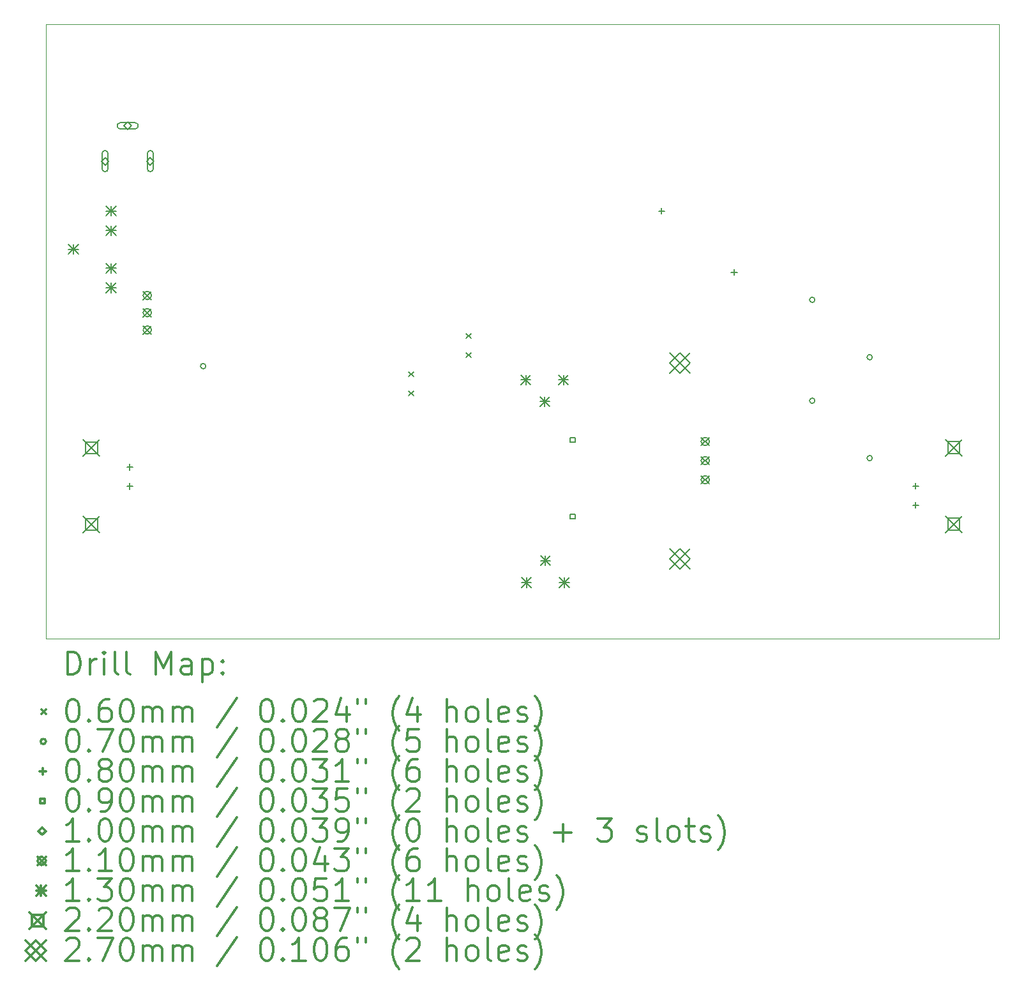
<source format=gbr>
%FSLAX45Y45*%
G04 Gerber Fmt 4.5, Leading zero omitted, Abs format (unit mm)*
G04 Created by KiCad (PCBNEW (5.1.5)-3) date 2021-07-16 13:31:35*
%MOMM*%
%LPD*%
G04 APERTURE LIST*
%TA.AperFunction,Profile*%
%ADD10C,0.100000*%
%TD*%
%ADD11C,0.200000*%
%ADD12C,0.300000*%
G04 APERTURE END LIST*
D10*
X20200000Y-1980000D02*
X20200000Y-10140000D01*
X7560000Y-1980000D02*
X20200000Y-1980000D01*
X7560000Y-10140000D02*
X7560000Y-1980000D01*
X20200000Y-10140000D02*
X7560000Y-10140000D01*
D11*
X12369000Y-6597000D02*
X12429000Y-6657000D01*
X12429000Y-6597000D02*
X12369000Y-6657000D01*
X12369000Y-6851000D02*
X12429000Y-6911000D01*
X12429000Y-6851000D02*
X12369000Y-6911000D01*
X13131000Y-6089000D02*
X13191000Y-6149000D01*
X13191000Y-6089000D02*
X13131000Y-6149000D01*
X13131000Y-6343000D02*
X13191000Y-6403000D01*
X13191000Y-6343000D02*
X13131000Y-6403000D01*
X9675000Y-6520000D02*
G75*
G03X9675000Y-6520000I-35000J0D01*
G01*
X17754000Y-5639000D02*
G75*
G03X17754000Y-5639000I-35000J0D01*
G01*
X18516000Y-6401000D02*
G75*
G03X18516000Y-6401000I-35000J0D01*
G01*
X17754000Y-6979000D02*
G75*
G03X17754000Y-6979000I-35000J0D01*
G01*
X18516000Y-7741000D02*
G75*
G03X18516000Y-7741000I-35000J0D01*
G01*
X15720000Y-4420000D02*
X15720000Y-4500000D01*
X15680000Y-4460000D02*
X15760000Y-4460000D01*
X16684500Y-5234400D02*
X16684500Y-5314400D01*
X16644500Y-5274400D02*
X16724500Y-5274400D01*
X19090000Y-8070000D02*
X19090000Y-8150000D01*
X19050000Y-8110000D02*
X19130000Y-8110000D01*
X19090000Y-8324000D02*
X19090000Y-8404000D01*
X19050000Y-8364000D02*
X19130000Y-8364000D01*
X8668000Y-7818000D02*
X8668000Y-7898000D01*
X8628000Y-7858000D02*
X8708000Y-7858000D01*
X8668000Y-8072000D02*
X8668000Y-8152000D01*
X8628000Y-8112000D02*
X8708000Y-8112000D01*
X14571820Y-7531820D02*
X14571820Y-7468180D01*
X14508180Y-7468180D01*
X14508180Y-7531820D01*
X14571820Y-7531820D01*
X14571820Y-8547820D02*
X14571820Y-8484180D01*
X14508180Y-8484180D01*
X14508180Y-8547820D01*
X14571820Y-8547820D01*
X8340000Y-3850000D02*
X8390000Y-3800000D01*
X8340000Y-3750000D01*
X8290000Y-3800000D01*
X8340000Y-3850000D01*
X8300000Y-3700000D02*
X8300000Y-3900000D01*
X8380000Y-3700000D02*
X8380000Y-3900000D01*
X8300000Y-3900000D02*
G75*
G03X8380000Y-3900000I40000J0D01*
G01*
X8380000Y-3700000D02*
G75*
G03X8300000Y-3700000I-40000J0D01*
G01*
X8640000Y-3380000D02*
X8690000Y-3330000D01*
X8640000Y-3280000D01*
X8590000Y-3330000D01*
X8640000Y-3380000D01*
X8540000Y-3370000D02*
X8740000Y-3370000D01*
X8540000Y-3290000D02*
X8740000Y-3290000D01*
X8740000Y-3370000D02*
G75*
G03X8740000Y-3290000I0J40000D01*
G01*
X8540000Y-3290000D02*
G75*
G03X8540000Y-3370000I0J-40000D01*
G01*
X8940000Y-3850000D02*
X8990000Y-3800000D01*
X8940000Y-3750000D01*
X8890000Y-3800000D01*
X8940000Y-3850000D01*
X8900000Y-3700000D02*
X8900000Y-3900000D01*
X8980000Y-3700000D02*
X8980000Y-3900000D01*
X8900000Y-3900000D02*
G75*
G03X8980000Y-3900000I40000J0D01*
G01*
X8980000Y-3700000D02*
G75*
G03X8900000Y-3700000I-40000J0D01*
G01*
X16245000Y-7465000D02*
X16355000Y-7575000D01*
X16355000Y-7465000D02*
X16245000Y-7575000D01*
X16355000Y-7520000D02*
G75*
G03X16355000Y-7520000I-55000J0D01*
G01*
X16245000Y-7719000D02*
X16355000Y-7829000D01*
X16355000Y-7719000D02*
X16245000Y-7829000D01*
X16355000Y-7774000D02*
G75*
G03X16355000Y-7774000I-55000J0D01*
G01*
X16245000Y-7973000D02*
X16355000Y-8083000D01*
X16355000Y-7973000D02*
X16245000Y-8083000D01*
X16355000Y-8028000D02*
G75*
G03X16355000Y-8028000I-55000J0D01*
G01*
X8845000Y-5527000D02*
X8955000Y-5637000D01*
X8955000Y-5527000D02*
X8845000Y-5637000D01*
X8955000Y-5582000D02*
G75*
G03X8955000Y-5582000I-55000J0D01*
G01*
X8845000Y-5756000D02*
X8955000Y-5866000D01*
X8955000Y-5756000D02*
X8845000Y-5866000D01*
X8955000Y-5811000D02*
G75*
G03X8955000Y-5811000I-55000J0D01*
G01*
X8845000Y-5985000D02*
X8955000Y-6095000D01*
X8955000Y-5985000D02*
X8845000Y-6095000D01*
X8955000Y-6040000D02*
G75*
G03X8955000Y-6040000I-55000J0D01*
G01*
X7855000Y-4905000D02*
X7985000Y-5035000D01*
X7985000Y-4905000D02*
X7855000Y-5035000D01*
X7920000Y-4905000D02*
X7920000Y-5035000D01*
X7855000Y-4970000D02*
X7985000Y-4970000D01*
X8355000Y-4395000D02*
X8485000Y-4525000D01*
X8485000Y-4395000D02*
X8355000Y-4525000D01*
X8420000Y-4395000D02*
X8420000Y-4525000D01*
X8355000Y-4460000D02*
X8485000Y-4460000D01*
X8355000Y-4655000D02*
X8485000Y-4785000D01*
X8485000Y-4655000D02*
X8355000Y-4785000D01*
X8420000Y-4655000D02*
X8420000Y-4785000D01*
X8355000Y-4720000D02*
X8485000Y-4720000D01*
X8355000Y-5155000D02*
X8485000Y-5285000D01*
X8485000Y-5155000D02*
X8355000Y-5285000D01*
X8420000Y-5155000D02*
X8420000Y-5285000D01*
X8355000Y-5220000D02*
X8485000Y-5220000D01*
X8355000Y-5415000D02*
X8485000Y-5545000D01*
X8485000Y-5415000D02*
X8355000Y-5545000D01*
X8420000Y-5415000D02*
X8420000Y-5545000D01*
X8355000Y-5480000D02*
X8485000Y-5480000D01*
X13855600Y-6635300D02*
X13985600Y-6765300D01*
X13985600Y-6635300D02*
X13855600Y-6765300D01*
X13920600Y-6635300D02*
X13920600Y-6765300D01*
X13855600Y-6700300D02*
X13985600Y-6700300D01*
X14105600Y-6925300D02*
X14235600Y-7055300D01*
X14235600Y-6925300D02*
X14105600Y-7055300D01*
X14170600Y-6925300D02*
X14170600Y-7055300D01*
X14105600Y-6990300D02*
X14235600Y-6990300D01*
X14355600Y-6635300D02*
X14485600Y-6765300D01*
X14485600Y-6635300D02*
X14355600Y-6765300D01*
X14420600Y-6635300D02*
X14420600Y-6765300D01*
X14355600Y-6700300D02*
X14485600Y-6700300D01*
X13865000Y-9325000D02*
X13995000Y-9455000D01*
X13995000Y-9325000D02*
X13865000Y-9455000D01*
X13930000Y-9325000D02*
X13930000Y-9455000D01*
X13865000Y-9390000D02*
X13995000Y-9390000D01*
X14115000Y-9035000D02*
X14245000Y-9165000D01*
X14245000Y-9035000D02*
X14115000Y-9165000D01*
X14180000Y-9035000D02*
X14180000Y-9165000D01*
X14115000Y-9100000D02*
X14245000Y-9100000D01*
X14365000Y-9325000D02*
X14495000Y-9455000D01*
X14495000Y-9325000D02*
X14365000Y-9455000D01*
X14430000Y-9325000D02*
X14430000Y-9455000D01*
X14365000Y-9390000D02*
X14495000Y-9390000D01*
X19488000Y-7492000D02*
X19708000Y-7712000D01*
X19708000Y-7492000D02*
X19488000Y-7712000D01*
X19675783Y-7679782D02*
X19675783Y-7524217D01*
X19520218Y-7524217D01*
X19520218Y-7679782D01*
X19675783Y-7679782D01*
X19488000Y-8508000D02*
X19708000Y-8728000D01*
X19708000Y-8508000D02*
X19488000Y-8728000D01*
X19675783Y-8695783D02*
X19675783Y-8540218D01*
X19520218Y-8540218D01*
X19520218Y-8695783D01*
X19675783Y-8695783D01*
X8050000Y-7494000D02*
X8270000Y-7714000D01*
X8270000Y-7494000D02*
X8050000Y-7714000D01*
X8237782Y-7681782D02*
X8237782Y-7526217D01*
X8082217Y-7526217D01*
X8082217Y-7681782D01*
X8237782Y-7681782D01*
X8050000Y-8510000D02*
X8270000Y-8730000D01*
X8270000Y-8510000D02*
X8050000Y-8730000D01*
X8237782Y-8697783D02*
X8237782Y-8542218D01*
X8082217Y-8542218D01*
X8082217Y-8697783D01*
X8237782Y-8697783D01*
X15825000Y-6345000D02*
X16095000Y-6615000D01*
X16095000Y-6345000D02*
X15825000Y-6615000D01*
X15960000Y-6615000D02*
X16095000Y-6480000D01*
X15960000Y-6345000D01*
X15825000Y-6480000D01*
X15960000Y-6615000D01*
X15825000Y-8945000D02*
X16095000Y-9215000D01*
X16095000Y-8945000D02*
X15825000Y-9215000D01*
X15960000Y-9215000D02*
X16095000Y-9080000D01*
X15960000Y-8945000D01*
X15825000Y-9080000D01*
X15960000Y-9215000D01*
D12*
X7841428Y-10610714D02*
X7841428Y-10310714D01*
X7912857Y-10310714D01*
X7955714Y-10325000D01*
X7984286Y-10353572D01*
X7998571Y-10382143D01*
X8012857Y-10439286D01*
X8012857Y-10482143D01*
X7998571Y-10539286D01*
X7984286Y-10567857D01*
X7955714Y-10596429D01*
X7912857Y-10610714D01*
X7841428Y-10610714D01*
X8141428Y-10610714D02*
X8141428Y-10410714D01*
X8141428Y-10467857D02*
X8155714Y-10439286D01*
X8170000Y-10425000D01*
X8198571Y-10410714D01*
X8227143Y-10410714D01*
X8327143Y-10610714D02*
X8327143Y-10410714D01*
X8327143Y-10310714D02*
X8312857Y-10325000D01*
X8327143Y-10339286D01*
X8341428Y-10325000D01*
X8327143Y-10310714D01*
X8327143Y-10339286D01*
X8512857Y-10610714D02*
X8484286Y-10596429D01*
X8470000Y-10567857D01*
X8470000Y-10310714D01*
X8670000Y-10610714D02*
X8641428Y-10596429D01*
X8627143Y-10567857D01*
X8627143Y-10310714D01*
X9012857Y-10610714D02*
X9012857Y-10310714D01*
X9112857Y-10525000D01*
X9212857Y-10310714D01*
X9212857Y-10610714D01*
X9484286Y-10610714D02*
X9484286Y-10453572D01*
X9470000Y-10425000D01*
X9441428Y-10410714D01*
X9384286Y-10410714D01*
X9355714Y-10425000D01*
X9484286Y-10596429D02*
X9455714Y-10610714D01*
X9384286Y-10610714D01*
X9355714Y-10596429D01*
X9341428Y-10567857D01*
X9341428Y-10539286D01*
X9355714Y-10510714D01*
X9384286Y-10496429D01*
X9455714Y-10496429D01*
X9484286Y-10482143D01*
X9627143Y-10410714D02*
X9627143Y-10710714D01*
X9627143Y-10425000D02*
X9655714Y-10410714D01*
X9712857Y-10410714D01*
X9741428Y-10425000D01*
X9755714Y-10439286D01*
X9770000Y-10467857D01*
X9770000Y-10553572D01*
X9755714Y-10582143D01*
X9741428Y-10596429D01*
X9712857Y-10610714D01*
X9655714Y-10610714D01*
X9627143Y-10596429D01*
X9898571Y-10582143D02*
X9912857Y-10596429D01*
X9898571Y-10610714D01*
X9884286Y-10596429D01*
X9898571Y-10582143D01*
X9898571Y-10610714D01*
X9898571Y-10425000D02*
X9912857Y-10439286D01*
X9898571Y-10453572D01*
X9884286Y-10439286D01*
X9898571Y-10425000D01*
X9898571Y-10453572D01*
X7495000Y-11075000D02*
X7555000Y-11135000D01*
X7555000Y-11075000D02*
X7495000Y-11135000D01*
X7898571Y-10940714D02*
X7927143Y-10940714D01*
X7955714Y-10955000D01*
X7970000Y-10969286D01*
X7984286Y-10997857D01*
X7998571Y-11055000D01*
X7998571Y-11126429D01*
X7984286Y-11183572D01*
X7970000Y-11212143D01*
X7955714Y-11226429D01*
X7927143Y-11240714D01*
X7898571Y-11240714D01*
X7870000Y-11226429D01*
X7855714Y-11212143D01*
X7841428Y-11183572D01*
X7827143Y-11126429D01*
X7827143Y-11055000D01*
X7841428Y-10997857D01*
X7855714Y-10969286D01*
X7870000Y-10955000D01*
X7898571Y-10940714D01*
X8127143Y-11212143D02*
X8141428Y-11226429D01*
X8127143Y-11240714D01*
X8112857Y-11226429D01*
X8127143Y-11212143D01*
X8127143Y-11240714D01*
X8398571Y-10940714D02*
X8341428Y-10940714D01*
X8312857Y-10955000D01*
X8298571Y-10969286D01*
X8270000Y-11012143D01*
X8255714Y-11069286D01*
X8255714Y-11183572D01*
X8270000Y-11212143D01*
X8284286Y-11226429D01*
X8312857Y-11240714D01*
X8370000Y-11240714D01*
X8398571Y-11226429D01*
X8412857Y-11212143D01*
X8427143Y-11183572D01*
X8427143Y-11112143D01*
X8412857Y-11083572D01*
X8398571Y-11069286D01*
X8370000Y-11055000D01*
X8312857Y-11055000D01*
X8284286Y-11069286D01*
X8270000Y-11083572D01*
X8255714Y-11112143D01*
X8612857Y-10940714D02*
X8641428Y-10940714D01*
X8670000Y-10955000D01*
X8684286Y-10969286D01*
X8698571Y-10997857D01*
X8712857Y-11055000D01*
X8712857Y-11126429D01*
X8698571Y-11183572D01*
X8684286Y-11212143D01*
X8670000Y-11226429D01*
X8641428Y-11240714D01*
X8612857Y-11240714D01*
X8584286Y-11226429D01*
X8570000Y-11212143D01*
X8555714Y-11183572D01*
X8541428Y-11126429D01*
X8541428Y-11055000D01*
X8555714Y-10997857D01*
X8570000Y-10969286D01*
X8584286Y-10955000D01*
X8612857Y-10940714D01*
X8841428Y-11240714D02*
X8841428Y-11040714D01*
X8841428Y-11069286D02*
X8855714Y-11055000D01*
X8884286Y-11040714D01*
X8927143Y-11040714D01*
X8955714Y-11055000D01*
X8970000Y-11083572D01*
X8970000Y-11240714D01*
X8970000Y-11083572D02*
X8984286Y-11055000D01*
X9012857Y-11040714D01*
X9055714Y-11040714D01*
X9084286Y-11055000D01*
X9098571Y-11083572D01*
X9098571Y-11240714D01*
X9241428Y-11240714D02*
X9241428Y-11040714D01*
X9241428Y-11069286D02*
X9255714Y-11055000D01*
X9284286Y-11040714D01*
X9327143Y-11040714D01*
X9355714Y-11055000D01*
X9370000Y-11083572D01*
X9370000Y-11240714D01*
X9370000Y-11083572D02*
X9384286Y-11055000D01*
X9412857Y-11040714D01*
X9455714Y-11040714D01*
X9484286Y-11055000D01*
X9498571Y-11083572D01*
X9498571Y-11240714D01*
X10084286Y-10926429D02*
X9827143Y-11312143D01*
X10470000Y-10940714D02*
X10498571Y-10940714D01*
X10527143Y-10955000D01*
X10541428Y-10969286D01*
X10555714Y-10997857D01*
X10570000Y-11055000D01*
X10570000Y-11126429D01*
X10555714Y-11183572D01*
X10541428Y-11212143D01*
X10527143Y-11226429D01*
X10498571Y-11240714D01*
X10470000Y-11240714D01*
X10441428Y-11226429D01*
X10427143Y-11212143D01*
X10412857Y-11183572D01*
X10398571Y-11126429D01*
X10398571Y-11055000D01*
X10412857Y-10997857D01*
X10427143Y-10969286D01*
X10441428Y-10955000D01*
X10470000Y-10940714D01*
X10698571Y-11212143D02*
X10712857Y-11226429D01*
X10698571Y-11240714D01*
X10684286Y-11226429D01*
X10698571Y-11212143D01*
X10698571Y-11240714D01*
X10898571Y-10940714D02*
X10927143Y-10940714D01*
X10955714Y-10955000D01*
X10970000Y-10969286D01*
X10984286Y-10997857D01*
X10998571Y-11055000D01*
X10998571Y-11126429D01*
X10984286Y-11183572D01*
X10970000Y-11212143D01*
X10955714Y-11226429D01*
X10927143Y-11240714D01*
X10898571Y-11240714D01*
X10870000Y-11226429D01*
X10855714Y-11212143D01*
X10841428Y-11183572D01*
X10827143Y-11126429D01*
X10827143Y-11055000D01*
X10841428Y-10997857D01*
X10855714Y-10969286D01*
X10870000Y-10955000D01*
X10898571Y-10940714D01*
X11112857Y-10969286D02*
X11127143Y-10955000D01*
X11155714Y-10940714D01*
X11227143Y-10940714D01*
X11255714Y-10955000D01*
X11270000Y-10969286D01*
X11284286Y-10997857D01*
X11284286Y-11026429D01*
X11270000Y-11069286D01*
X11098571Y-11240714D01*
X11284286Y-11240714D01*
X11541428Y-11040714D02*
X11541428Y-11240714D01*
X11470000Y-10926429D02*
X11398571Y-11140714D01*
X11584286Y-11140714D01*
X11684286Y-10940714D02*
X11684286Y-10997857D01*
X11798571Y-10940714D02*
X11798571Y-10997857D01*
X12241428Y-11355000D02*
X12227143Y-11340714D01*
X12198571Y-11297857D01*
X12184286Y-11269286D01*
X12170000Y-11226429D01*
X12155714Y-11155000D01*
X12155714Y-11097857D01*
X12170000Y-11026429D01*
X12184286Y-10983572D01*
X12198571Y-10955000D01*
X12227143Y-10912143D01*
X12241428Y-10897857D01*
X12484286Y-11040714D02*
X12484286Y-11240714D01*
X12412857Y-10926429D02*
X12341428Y-11140714D01*
X12527143Y-11140714D01*
X12870000Y-11240714D02*
X12870000Y-10940714D01*
X12998571Y-11240714D02*
X12998571Y-11083572D01*
X12984286Y-11055000D01*
X12955714Y-11040714D01*
X12912857Y-11040714D01*
X12884286Y-11055000D01*
X12870000Y-11069286D01*
X13184286Y-11240714D02*
X13155714Y-11226429D01*
X13141428Y-11212143D01*
X13127143Y-11183572D01*
X13127143Y-11097857D01*
X13141428Y-11069286D01*
X13155714Y-11055000D01*
X13184286Y-11040714D01*
X13227143Y-11040714D01*
X13255714Y-11055000D01*
X13270000Y-11069286D01*
X13284286Y-11097857D01*
X13284286Y-11183572D01*
X13270000Y-11212143D01*
X13255714Y-11226429D01*
X13227143Y-11240714D01*
X13184286Y-11240714D01*
X13455714Y-11240714D02*
X13427143Y-11226429D01*
X13412857Y-11197857D01*
X13412857Y-10940714D01*
X13684286Y-11226429D02*
X13655714Y-11240714D01*
X13598571Y-11240714D01*
X13570000Y-11226429D01*
X13555714Y-11197857D01*
X13555714Y-11083572D01*
X13570000Y-11055000D01*
X13598571Y-11040714D01*
X13655714Y-11040714D01*
X13684286Y-11055000D01*
X13698571Y-11083572D01*
X13698571Y-11112143D01*
X13555714Y-11140714D01*
X13812857Y-11226429D02*
X13841428Y-11240714D01*
X13898571Y-11240714D01*
X13927143Y-11226429D01*
X13941428Y-11197857D01*
X13941428Y-11183572D01*
X13927143Y-11155000D01*
X13898571Y-11140714D01*
X13855714Y-11140714D01*
X13827143Y-11126429D01*
X13812857Y-11097857D01*
X13812857Y-11083572D01*
X13827143Y-11055000D01*
X13855714Y-11040714D01*
X13898571Y-11040714D01*
X13927143Y-11055000D01*
X14041428Y-11355000D02*
X14055714Y-11340714D01*
X14084286Y-11297857D01*
X14098571Y-11269286D01*
X14112857Y-11226429D01*
X14127143Y-11155000D01*
X14127143Y-11097857D01*
X14112857Y-11026429D01*
X14098571Y-10983572D01*
X14084286Y-10955000D01*
X14055714Y-10912143D01*
X14041428Y-10897857D01*
X7555000Y-11501000D02*
G75*
G03X7555000Y-11501000I-35000J0D01*
G01*
X7898571Y-11336714D02*
X7927143Y-11336714D01*
X7955714Y-11351000D01*
X7970000Y-11365286D01*
X7984286Y-11393857D01*
X7998571Y-11451000D01*
X7998571Y-11522429D01*
X7984286Y-11579571D01*
X7970000Y-11608143D01*
X7955714Y-11622429D01*
X7927143Y-11636714D01*
X7898571Y-11636714D01*
X7870000Y-11622429D01*
X7855714Y-11608143D01*
X7841428Y-11579571D01*
X7827143Y-11522429D01*
X7827143Y-11451000D01*
X7841428Y-11393857D01*
X7855714Y-11365286D01*
X7870000Y-11351000D01*
X7898571Y-11336714D01*
X8127143Y-11608143D02*
X8141428Y-11622429D01*
X8127143Y-11636714D01*
X8112857Y-11622429D01*
X8127143Y-11608143D01*
X8127143Y-11636714D01*
X8241428Y-11336714D02*
X8441428Y-11336714D01*
X8312857Y-11636714D01*
X8612857Y-11336714D02*
X8641428Y-11336714D01*
X8670000Y-11351000D01*
X8684286Y-11365286D01*
X8698571Y-11393857D01*
X8712857Y-11451000D01*
X8712857Y-11522429D01*
X8698571Y-11579571D01*
X8684286Y-11608143D01*
X8670000Y-11622429D01*
X8641428Y-11636714D01*
X8612857Y-11636714D01*
X8584286Y-11622429D01*
X8570000Y-11608143D01*
X8555714Y-11579571D01*
X8541428Y-11522429D01*
X8541428Y-11451000D01*
X8555714Y-11393857D01*
X8570000Y-11365286D01*
X8584286Y-11351000D01*
X8612857Y-11336714D01*
X8841428Y-11636714D02*
X8841428Y-11436714D01*
X8841428Y-11465286D02*
X8855714Y-11451000D01*
X8884286Y-11436714D01*
X8927143Y-11436714D01*
X8955714Y-11451000D01*
X8970000Y-11479571D01*
X8970000Y-11636714D01*
X8970000Y-11479571D02*
X8984286Y-11451000D01*
X9012857Y-11436714D01*
X9055714Y-11436714D01*
X9084286Y-11451000D01*
X9098571Y-11479571D01*
X9098571Y-11636714D01*
X9241428Y-11636714D02*
X9241428Y-11436714D01*
X9241428Y-11465286D02*
X9255714Y-11451000D01*
X9284286Y-11436714D01*
X9327143Y-11436714D01*
X9355714Y-11451000D01*
X9370000Y-11479571D01*
X9370000Y-11636714D01*
X9370000Y-11479571D02*
X9384286Y-11451000D01*
X9412857Y-11436714D01*
X9455714Y-11436714D01*
X9484286Y-11451000D01*
X9498571Y-11479571D01*
X9498571Y-11636714D01*
X10084286Y-11322429D02*
X9827143Y-11708143D01*
X10470000Y-11336714D02*
X10498571Y-11336714D01*
X10527143Y-11351000D01*
X10541428Y-11365286D01*
X10555714Y-11393857D01*
X10570000Y-11451000D01*
X10570000Y-11522429D01*
X10555714Y-11579571D01*
X10541428Y-11608143D01*
X10527143Y-11622429D01*
X10498571Y-11636714D01*
X10470000Y-11636714D01*
X10441428Y-11622429D01*
X10427143Y-11608143D01*
X10412857Y-11579571D01*
X10398571Y-11522429D01*
X10398571Y-11451000D01*
X10412857Y-11393857D01*
X10427143Y-11365286D01*
X10441428Y-11351000D01*
X10470000Y-11336714D01*
X10698571Y-11608143D02*
X10712857Y-11622429D01*
X10698571Y-11636714D01*
X10684286Y-11622429D01*
X10698571Y-11608143D01*
X10698571Y-11636714D01*
X10898571Y-11336714D02*
X10927143Y-11336714D01*
X10955714Y-11351000D01*
X10970000Y-11365286D01*
X10984286Y-11393857D01*
X10998571Y-11451000D01*
X10998571Y-11522429D01*
X10984286Y-11579571D01*
X10970000Y-11608143D01*
X10955714Y-11622429D01*
X10927143Y-11636714D01*
X10898571Y-11636714D01*
X10870000Y-11622429D01*
X10855714Y-11608143D01*
X10841428Y-11579571D01*
X10827143Y-11522429D01*
X10827143Y-11451000D01*
X10841428Y-11393857D01*
X10855714Y-11365286D01*
X10870000Y-11351000D01*
X10898571Y-11336714D01*
X11112857Y-11365286D02*
X11127143Y-11351000D01*
X11155714Y-11336714D01*
X11227143Y-11336714D01*
X11255714Y-11351000D01*
X11270000Y-11365286D01*
X11284286Y-11393857D01*
X11284286Y-11422429D01*
X11270000Y-11465286D01*
X11098571Y-11636714D01*
X11284286Y-11636714D01*
X11455714Y-11465286D02*
X11427143Y-11451000D01*
X11412857Y-11436714D01*
X11398571Y-11408143D01*
X11398571Y-11393857D01*
X11412857Y-11365286D01*
X11427143Y-11351000D01*
X11455714Y-11336714D01*
X11512857Y-11336714D01*
X11541428Y-11351000D01*
X11555714Y-11365286D01*
X11570000Y-11393857D01*
X11570000Y-11408143D01*
X11555714Y-11436714D01*
X11541428Y-11451000D01*
X11512857Y-11465286D01*
X11455714Y-11465286D01*
X11427143Y-11479571D01*
X11412857Y-11493857D01*
X11398571Y-11522429D01*
X11398571Y-11579571D01*
X11412857Y-11608143D01*
X11427143Y-11622429D01*
X11455714Y-11636714D01*
X11512857Y-11636714D01*
X11541428Y-11622429D01*
X11555714Y-11608143D01*
X11570000Y-11579571D01*
X11570000Y-11522429D01*
X11555714Y-11493857D01*
X11541428Y-11479571D01*
X11512857Y-11465286D01*
X11684286Y-11336714D02*
X11684286Y-11393857D01*
X11798571Y-11336714D02*
X11798571Y-11393857D01*
X12241428Y-11751000D02*
X12227143Y-11736714D01*
X12198571Y-11693857D01*
X12184286Y-11665286D01*
X12170000Y-11622429D01*
X12155714Y-11551000D01*
X12155714Y-11493857D01*
X12170000Y-11422429D01*
X12184286Y-11379571D01*
X12198571Y-11351000D01*
X12227143Y-11308143D01*
X12241428Y-11293857D01*
X12498571Y-11336714D02*
X12355714Y-11336714D01*
X12341428Y-11479571D01*
X12355714Y-11465286D01*
X12384286Y-11451000D01*
X12455714Y-11451000D01*
X12484286Y-11465286D01*
X12498571Y-11479571D01*
X12512857Y-11508143D01*
X12512857Y-11579571D01*
X12498571Y-11608143D01*
X12484286Y-11622429D01*
X12455714Y-11636714D01*
X12384286Y-11636714D01*
X12355714Y-11622429D01*
X12341428Y-11608143D01*
X12870000Y-11636714D02*
X12870000Y-11336714D01*
X12998571Y-11636714D02*
X12998571Y-11479571D01*
X12984286Y-11451000D01*
X12955714Y-11436714D01*
X12912857Y-11436714D01*
X12884286Y-11451000D01*
X12870000Y-11465286D01*
X13184286Y-11636714D02*
X13155714Y-11622429D01*
X13141428Y-11608143D01*
X13127143Y-11579571D01*
X13127143Y-11493857D01*
X13141428Y-11465286D01*
X13155714Y-11451000D01*
X13184286Y-11436714D01*
X13227143Y-11436714D01*
X13255714Y-11451000D01*
X13270000Y-11465286D01*
X13284286Y-11493857D01*
X13284286Y-11579571D01*
X13270000Y-11608143D01*
X13255714Y-11622429D01*
X13227143Y-11636714D01*
X13184286Y-11636714D01*
X13455714Y-11636714D02*
X13427143Y-11622429D01*
X13412857Y-11593857D01*
X13412857Y-11336714D01*
X13684286Y-11622429D02*
X13655714Y-11636714D01*
X13598571Y-11636714D01*
X13570000Y-11622429D01*
X13555714Y-11593857D01*
X13555714Y-11479571D01*
X13570000Y-11451000D01*
X13598571Y-11436714D01*
X13655714Y-11436714D01*
X13684286Y-11451000D01*
X13698571Y-11479571D01*
X13698571Y-11508143D01*
X13555714Y-11536714D01*
X13812857Y-11622429D02*
X13841428Y-11636714D01*
X13898571Y-11636714D01*
X13927143Y-11622429D01*
X13941428Y-11593857D01*
X13941428Y-11579571D01*
X13927143Y-11551000D01*
X13898571Y-11536714D01*
X13855714Y-11536714D01*
X13827143Y-11522429D01*
X13812857Y-11493857D01*
X13812857Y-11479571D01*
X13827143Y-11451000D01*
X13855714Y-11436714D01*
X13898571Y-11436714D01*
X13927143Y-11451000D01*
X14041428Y-11751000D02*
X14055714Y-11736714D01*
X14084286Y-11693857D01*
X14098571Y-11665286D01*
X14112857Y-11622429D01*
X14127143Y-11551000D01*
X14127143Y-11493857D01*
X14112857Y-11422429D01*
X14098571Y-11379571D01*
X14084286Y-11351000D01*
X14055714Y-11308143D01*
X14041428Y-11293857D01*
X7515000Y-11857000D02*
X7515000Y-11937000D01*
X7475000Y-11897000D02*
X7555000Y-11897000D01*
X7898571Y-11732714D02*
X7927143Y-11732714D01*
X7955714Y-11747000D01*
X7970000Y-11761286D01*
X7984286Y-11789857D01*
X7998571Y-11847000D01*
X7998571Y-11918429D01*
X7984286Y-11975571D01*
X7970000Y-12004143D01*
X7955714Y-12018429D01*
X7927143Y-12032714D01*
X7898571Y-12032714D01*
X7870000Y-12018429D01*
X7855714Y-12004143D01*
X7841428Y-11975571D01*
X7827143Y-11918429D01*
X7827143Y-11847000D01*
X7841428Y-11789857D01*
X7855714Y-11761286D01*
X7870000Y-11747000D01*
X7898571Y-11732714D01*
X8127143Y-12004143D02*
X8141428Y-12018429D01*
X8127143Y-12032714D01*
X8112857Y-12018429D01*
X8127143Y-12004143D01*
X8127143Y-12032714D01*
X8312857Y-11861286D02*
X8284286Y-11847000D01*
X8270000Y-11832714D01*
X8255714Y-11804143D01*
X8255714Y-11789857D01*
X8270000Y-11761286D01*
X8284286Y-11747000D01*
X8312857Y-11732714D01*
X8370000Y-11732714D01*
X8398571Y-11747000D01*
X8412857Y-11761286D01*
X8427143Y-11789857D01*
X8427143Y-11804143D01*
X8412857Y-11832714D01*
X8398571Y-11847000D01*
X8370000Y-11861286D01*
X8312857Y-11861286D01*
X8284286Y-11875571D01*
X8270000Y-11889857D01*
X8255714Y-11918429D01*
X8255714Y-11975571D01*
X8270000Y-12004143D01*
X8284286Y-12018429D01*
X8312857Y-12032714D01*
X8370000Y-12032714D01*
X8398571Y-12018429D01*
X8412857Y-12004143D01*
X8427143Y-11975571D01*
X8427143Y-11918429D01*
X8412857Y-11889857D01*
X8398571Y-11875571D01*
X8370000Y-11861286D01*
X8612857Y-11732714D02*
X8641428Y-11732714D01*
X8670000Y-11747000D01*
X8684286Y-11761286D01*
X8698571Y-11789857D01*
X8712857Y-11847000D01*
X8712857Y-11918429D01*
X8698571Y-11975571D01*
X8684286Y-12004143D01*
X8670000Y-12018429D01*
X8641428Y-12032714D01*
X8612857Y-12032714D01*
X8584286Y-12018429D01*
X8570000Y-12004143D01*
X8555714Y-11975571D01*
X8541428Y-11918429D01*
X8541428Y-11847000D01*
X8555714Y-11789857D01*
X8570000Y-11761286D01*
X8584286Y-11747000D01*
X8612857Y-11732714D01*
X8841428Y-12032714D02*
X8841428Y-11832714D01*
X8841428Y-11861286D02*
X8855714Y-11847000D01*
X8884286Y-11832714D01*
X8927143Y-11832714D01*
X8955714Y-11847000D01*
X8970000Y-11875571D01*
X8970000Y-12032714D01*
X8970000Y-11875571D02*
X8984286Y-11847000D01*
X9012857Y-11832714D01*
X9055714Y-11832714D01*
X9084286Y-11847000D01*
X9098571Y-11875571D01*
X9098571Y-12032714D01*
X9241428Y-12032714D02*
X9241428Y-11832714D01*
X9241428Y-11861286D02*
X9255714Y-11847000D01*
X9284286Y-11832714D01*
X9327143Y-11832714D01*
X9355714Y-11847000D01*
X9370000Y-11875571D01*
X9370000Y-12032714D01*
X9370000Y-11875571D02*
X9384286Y-11847000D01*
X9412857Y-11832714D01*
X9455714Y-11832714D01*
X9484286Y-11847000D01*
X9498571Y-11875571D01*
X9498571Y-12032714D01*
X10084286Y-11718429D02*
X9827143Y-12104143D01*
X10470000Y-11732714D02*
X10498571Y-11732714D01*
X10527143Y-11747000D01*
X10541428Y-11761286D01*
X10555714Y-11789857D01*
X10570000Y-11847000D01*
X10570000Y-11918429D01*
X10555714Y-11975571D01*
X10541428Y-12004143D01*
X10527143Y-12018429D01*
X10498571Y-12032714D01*
X10470000Y-12032714D01*
X10441428Y-12018429D01*
X10427143Y-12004143D01*
X10412857Y-11975571D01*
X10398571Y-11918429D01*
X10398571Y-11847000D01*
X10412857Y-11789857D01*
X10427143Y-11761286D01*
X10441428Y-11747000D01*
X10470000Y-11732714D01*
X10698571Y-12004143D02*
X10712857Y-12018429D01*
X10698571Y-12032714D01*
X10684286Y-12018429D01*
X10698571Y-12004143D01*
X10698571Y-12032714D01*
X10898571Y-11732714D02*
X10927143Y-11732714D01*
X10955714Y-11747000D01*
X10970000Y-11761286D01*
X10984286Y-11789857D01*
X10998571Y-11847000D01*
X10998571Y-11918429D01*
X10984286Y-11975571D01*
X10970000Y-12004143D01*
X10955714Y-12018429D01*
X10927143Y-12032714D01*
X10898571Y-12032714D01*
X10870000Y-12018429D01*
X10855714Y-12004143D01*
X10841428Y-11975571D01*
X10827143Y-11918429D01*
X10827143Y-11847000D01*
X10841428Y-11789857D01*
X10855714Y-11761286D01*
X10870000Y-11747000D01*
X10898571Y-11732714D01*
X11098571Y-11732714D02*
X11284286Y-11732714D01*
X11184286Y-11847000D01*
X11227143Y-11847000D01*
X11255714Y-11861286D01*
X11270000Y-11875571D01*
X11284286Y-11904143D01*
X11284286Y-11975571D01*
X11270000Y-12004143D01*
X11255714Y-12018429D01*
X11227143Y-12032714D01*
X11141428Y-12032714D01*
X11112857Y-12018429D01*
X11098571Y-12004143D01*
X11570000Y-12032714D02*
X11398571Y-12032714D01*
X11484286Y-12032714D02*
X11484286Y-11732714D01*
X11455714Y-11775571D01*
X11427143Y-11804143D01*
X11398571Y-11818429D01*
X11684286Y-11732714D02*
X11684286Y-11789857D01*
X11798571Y-11732714D02*
X11798571Y-11789857D01*
X12241428Y-12147000D02*
X12227143Y-12132714D01*
X12198571Y-12089857D01*
X12184286Y-12061286D01*
X12170000Y-12018429D01*
X12155714Y-11947000D01*
X12155714Y-11889857D01*
X12170000Y-11818429D01*
X12184286Y-11775571D01*
X12198571Y-11747000D01*
X12227143Y-11704143D01*
X12241428Y-11689857D01*
X12484286Y-11732714D02*
X12427143Y-11732714D01*
X12398571Y-11747000D01*
X12384286Y-11761286D01*
X12355714Y-11804143D01*
X12341428Y-11861286D01*
X12341428Y-11975571D01*
X12355714Y-12004143D01*
X12370000Y-12018429D01*
X12398571Y-12032714D01*
X12455714Y-12032714D01*
X12484286Y-12018429D01*
X12498571Y-12004143D01*
X12512857Y-11975571D01*
X12512857Y-11904143D01*
X12498571Y-11875571D01*
X12484286Y-11861286D01*
X12455714Y-11847000D01*
X12398571Y-11847000D01*
X12370000Y-11861286D01*
X12355714Y-11875571D01*
X12341428Y-11904143D01*
X12870000Y-12032714D02*
X12870000Y-11732714D01*
X12998571Y-12032714D02*
X12998571Y-11875571D01*
X12984286Y-11847000D01*
X12955714Y-11832714D01*
X12912857Y-11832714D01*
X12884286Y-11847000D01*
X12870000Y-11861286D01*
X13184286Y-12032714D02*
X13155714Y-12018429D01*
X13141428Y-12004143D01*
X13127143Y-11975571D01*
X13127143Y-11889857D01*
X13141428Y-11861286D01*
X13155714Y-11847000D01*
X13184286Y-11832714D01*
X13227143Y-11832714D01*
X13255714Y-11847000D01*
X13270000Y-11861286D01*
X13284286Y-11889857D01*
X13284286Y-11975571D01*
X13270000Y-12004143D01*
X13255714Y-12018429D01*
X13227143Y-12032714D01*
X13184286Y-12032714D01*
X13455714Y-12032714D02*
X13427143Y-12018429D01*
X13412857Y-11989857D01*
X13412857Y-11732714D01*
X13684286Y-12018429D02*
X13655714Y-12032714D01*
X13598571Y-12032714D01*
X13570000Y-12018429D01*
X13555714Y-11989857D01*
X13555714Y-11875571D01*
X13570000Y-11847000D01*
X13598571Y-11832714D01*
X13655714Y-11832714D01*
X13684286Y-11847000D01*
X13698571Y-11875571D01*
X13698571Y-11904143D01*
X13555714Y-11932714D01*
X13812857Y-12018429D02*
X13841428Y-12032714D01*
X13898571Y-12032714D01*
X13927143Y-12018429D01*
X13941428Y-11989857D01*
X13941428Y-11975571D01*
X13927143Y-11947000D01*
X13898571Y-11932714D01*
X13855714Y-11932714D01*
X13827143Y-11918429D01*
X13812857Y-11889857D01*
X13812857Y-11875571D01*
X13827143Y-11847000D01*
X13855714Y-11832714D01*
X13898571Y-11832714D01*
X13927143Y-11847000D01*
X14041428Y-12147000D02*
X14055714Y-12132714D01*
X14084286Y-12089857D01*
X14098571Y-12061286D01*
X14112857Y-12018429D01*
X14127143Y-11947000D01*
X14127143Y-11889857D01*
X14112857Y-11818429D01*
X14098571Y-11775571D01*
X14084286Y-11747000D01*
X14055714Y-11704143D01*
X14041428Y-11689857D01*
X7541820Y-12324820D02*
X7541820Y-12261180D01*
X7478180Y-12261180D01*
X7478180Y-12324820D01*
X7541820Y-12324820D01*
X7898571Y-12128714D02*
X7927143Y-12128714D01*
X7955714Y-12143000D01*
X7970000Y-12157286D01*
X7984286Y-12185857D01*
X7998571Y-12243000D01*
X7998571Y-12314429D01*
X7984286Y-12371571D01*
X7970000Y-12400143D01*
X7955714Y-12414429D01*
X7927143Y-12428714D01*
X7898571Y-12428714D01*
X7870000Y-12414429D01*
X7855714Y-12400143D01*
X7841428Y-12371571D01*
X7827143Y-12314429D01*
X7827143Y-12243000D01*
X7841428Y-12185857D01*
X7855714Y-12157286D01*
X7870000Y-12143000D01*
X7898571Y-12128714D01*
X8127143Y-12400143D02*
X8141428Y-12414429D01*
X8127143Y-12428714D01*
X8112857Y-12414429D01*
X8127143Y-12400143D01*
X8127143Y-12428714D01*
X8284286Y-12428714D02*
X8341428Y-12428714D01*
X8370000Y-12414429D01*
X8384286Y-12400143D01*
X8412857Y-12357286D01*
X8427143Y-12300143D01*
X8427143Y-12185857D01*
X8412857Y-12157286D01*
X8398571Y-12143000D01*
X8370000Y-12128714D01*
X8312857Y-12128714D01*
X8284286Y-12143000D01*
X8270000Y-12157286D01*
X8255714Y-12185857D01*
X8255714Y-12257286D01*
X8270000Y-12285857D01*
X8284286Y-12300143D01*
X8312857Y-12314429D01*
X8370000Y-12314429D01*
X8398571Y-12300143D01*
X8412857Y-12285857D01*
X8427143Y-12257286D01*
X8612857Y-12128714D02*
X8641428Y-12128714D01*
X8670000Y-12143000D01*
X8684286Y-12157286D01*
X8698571Y-12185857D01*
X8712857Y-12243000D01*
X8712857Y-12314429D01*
X8698571Y-12371571D01*
X8684286Y-12400143D01*
X8670000Y-12414429D01*
X8641428Y-12428714D01*
X8612857Y-12428714D01*
X8584286Y-12414429D01*
X8570000Y-12400143D01*
X8555714Y-12371571D01*
X8541428Y-12314429D01*
X8541428Y-12243000D01*
X8555714Y-12185857D01*
X8570000Y-12157286D01*
X8584286Y-12143000D01*
X8612857Y-12128714D01*
X8841428Y-12428714D02*
X8841428Y-12228714D01*
X8841428Y-12257286D02*
X8855714Y-12243000D01*
X8884286Y-12228714D01*
X8927143Y-12228714D01*
X8955714Y-12243000D01*
X8970000Y-12271571D01*
X8970000Y-12428714D01*
X8970000Y-12271571D02*
X8984286Y-12243000D01*
X9012857Y-12228714D01*
X9055714Y-12228714D01*
X9084286Y-12243000D01*
X9098571Y-12271571D01*
X9098571Y-12428714D01*
X9241428Y-12428714D02*
X9241428Y-12228714D01*
X9241428Y-12257286D02*
X9255714Y-12243000D01*
X9284286Y-12228714D01*
X9327143Y-12228714D01*
X9355714Y-12243000D01*
X9370000Y-12271571D01*
X9370000Y-12428714D01*
X9370000Y-12271571D02*
X9384286Y-12243000D01*
X9412857Y-12228714D01*
X9455714Y-12228714D01*
X9484286Y-12243000D01*
X9498571Y-12271571D01*
X9498571Y-12428714D01*
X10084286Y-12114429D02*
X9827143Y-12500143D01*
X10470000Y-12128714D02*
X10498571Y-12128714D01*
X10527143Y-12143000D01*
X10541428Y-12157286D01*
X10555714Y-12185857D01*
X10570000Y-12243000D01*
X10570000Y-12314429D01*
X10555714Y-12371571D01*
X10541428Y-12400143D01*
X10527143Y-12414429D01*
X10498571Y-12428714D01*
X10470000Y-12428714D01*
X10441428Y-12414429D01*
X10427143Y-12400143D01*
X10412857Y-12371571D01*
X10398571Y-12314429D01*
X10398571Y-12243000D01*
X10412857Y-12185857D01*
X10427143Y-12157286D01*
X10441428Y-12143000D01*
X10470000Y-12128714D01*
X10698571Y-12400143D02*
X10712857Y-12414429D01*
X10698571Y-12428714D01*
X10684286Y-12414429D01*
X10698571Y-12400143D01*
X10698571Y-12428714D01*
X10898571Y-12128714D02*
X10927143Y-12128714D01*
X10955714Y-12143000D01*
X10970000Y-12157286D01*
X10984286Y-12185857D01*
X10998571Y-12243000D01*
X10998571Y-12314429D01*
X10984286Y-12371571D01*
X10970000Y-12400143D01*
X10955714Y-12414429D01*
X10927143Y-12428714D01*
X10898571Y-12428714D01*
X10870000Y-12414429D01*
X10855714Y-12400143D01*
X10841428Y-12371571D01*
X10827143Y-12314429D01*
X10827143Y-12243000D01*
X10841428Y-12185857D01*
X10855714Y-12157286D01*
X10870000Y-12143000D01*
X10898571Y-12128714D01*
X11098571Y-12128714D02*
X11284286Y-12128714D01*
X11184286Y-12243000D01*
X11227143Y-12243000D01*
X11255714Y-12257286D01*
X11270000Y-12271571D01*
X11284286Y-12300143D01*
X11284286Y-12371571D01*
X11270000Y-12400143D01*
X11255714Y-12414429D01*
X11227143Y-12428714D01*
X11141428Y-12428714D01*
X11112857Y-12414429D01*
X11098571Y-12400143D01*
X11555714Y-12128714D02*
X11412857Y-12128714D01*
X11398571Y-12271571D01*
X11412857Y-12257286D01*
X11441428Y-12243000D01*
X11512857Y-12243000D01*
X11541428Y-12257286D01*
X11555714Y-12271571D01*
X11570000Y-12300143D01*
X11570000Y-12371571D01*
X11555714Y-12400143D01*
X11541428Y-12414429D01*
X11512857Y-12428714D01*
X11441428Y-12428714D01*
X11412857Y-12414429D01*
X11398571Y-12400143D01*
X11684286Y-12128714D02*
X11684286Y-12185857D01*
X11798571Y-12128714D02*
X11798571Y-12185857D01*
X12241428Y-12543000D02*
X12227143Y-12528714D01*
X12198571Y-12485857D01*
X12184286Y-12457286D01*
X12170000Y-12414429D01*
X12155714Y-12343000D01*
X12155714Y-12285857D01*
X12170000Y-12214429D01*
X12184286Y-12171571D01*
X12198571Y-12143000D01*
X12227143Y-12100143D01*
X12241428Y-12085857D01*
X12341428Y-12157286D02*
X12355714Y-12143000D01*
X12384286Y-12128714D01*
X12455714Y-12128714D01*
X12484286Y-12143000D01*
X12498571Y-12157286D01*
X12512857Y-12185857D01*
X12512857Y-12214429D01*
X12498571Y-12257286D01*
X12327143Y-12428714D01*
X12512857Y-12428714D01*
X12870000Y-12428714D02*
X12870000Y-12128714D01*
X12998571Y-12428714D02*
X12998571Y-12271571D01*
X12984286Y-12243000D01*
X12955714Y-12228714D01*
X12912857Y-12228714D01*
X12884286Y-12243000D01*
X12870000Y-12257286D01*
X13184286Y-12428714D02*
X13155714Y-12414429D01*
X13141428Y-12400143D01*
X13127143Y-12371571D01*
X13127143Y-12285857D01*
X13141428Y-12257286D01*
X13155714Y-12243000D01*
X13184286Y-12228714D01*
X13227143Y-12228714D01*
X13255714Y-12243000D01*
X13270000Y-12257286D01*
X13284286Y-12285857D01*
X13284286Y-12371571D01*
X13270000Y-12400143D01*
X13255714Y-12414429D01*
X13227143Y-12428714D01*
X13184286Y-12428714D01*
X13455714Y-12428714D02*
X13427143Y-12414429D01*
X13412857Y-12385857D01*
X13412857Y-12128714D01*
X13684286Y-12414429D02*
X13655714Y-12428714D01*
X13598571Y-12428714D01*
X13570000Y-12414429D01*
X13555714Y-12385857D01*
X13555714Y-12271571D01*
X13570000Y-12243000D01*
X13598571Y-12228714D01*
X13655714Y-12228714D01*
X13684286Y-12243000D01*
X13698571Y-12271571D01*
X13698571Y-12300143D01*
X13555714Y-12328714D01*
X13812857Y-12414429D02*
X13841428Y-12428714D01*
X13898571Y-12428714D01*
X13927143Y-12414429D01*
X13941428Y-12385857D01*
X13941428Y-12371571D01*
X13927143Y-12343000D01*
X13898571Y-12328714D01*
X13855714Y-12328714D01*
X13827143Y-12314429D01*
X13812857Y-12285857D01*
X13812857Y-12271571D01*
X13827143Y-12243000D01*
X13855714Y-12228714D01*
X13898571Y-12228714D01*
X13927143Y-12243000D01*
X14041428Y-12543000D02*
X14055714Y-12528714D01*
X14084286Y-12485857D01*
X14098571Y-12457286D01*
X14112857Y-12414429D01*
X14127143Y-12343000D01*
X14127143Y-12285857D01*
X14112857Y-12214429D01*
X14098571Y-12171571D01*
X14084286Y-12143000D01*
X14055714Y-12100143D01*
X14041428Y-12085857D01*
X7505000Y-12739000D02*
X7555000Y-12689000D01*
X7505000Y-12639000D01*
X7455000Y-12689000D01*
X7505000Y-12739000D01*
X7998571Y-12824714D02*
X7827143Y-12824714D01*
X7912857Y-12824714D02*
X7912857Y-12524714D01*
X7884286Y-12567571D01*
X7855714Y-12596143D01*
X7827143Y-12610429D01*
X8127143Y-12796143D02*
X8141428Y-12810429D01*
X8127143Y-12824714D01*
X8112857Y-12810429D01*
X8127143Y-12796143D01*
X8127143Y-12824714D01*
X8327143Y-12524714D02*
X8355714Y-12524714D01*
X8384286Y-12539000D01*
X8398571Y-12553286D01*
X8412857Y-12581857D01*
X8427143Y-12639000D01*
X8427143Y-12710429D01*
X8412857Y-12767571D01*
X8398571Y-12796143D01*
X8384286Y-12810429D01*
X8355714Y-12824714D01*
X8327143Y-12824714D01*
X8298571Y-12810429D01*
X8284286Y-12796143D01*
X8270000Y-12767571D01*
X8255714Y-12710429D01*
X8255714Y-12639000D01*
X8270000Y-12581857D01*
X8284286Y-12553286D01*
X8298571Y-12539000D01*
X8327143Y-12524714D01*
X8612857Y-12524714D02*
X8641428Y-12524714D01*
X8670000Y-12539000D01*
X8684286Y-12553286D01*
X8698571Y-12581857D01*
X8712857Y-12639000D01*
X8712857Y-12710429D01*
X8698571Y-12767571D01*
X8684286Y-12796143D01*
X8670000Y-12810429D01*
X8641428Y-12824714D01*
X8612857Y-12824714D01*
X8584286Y-12810429D01*
X8570000Y-12796143D01*
X8555714Y-12767571D01*
X8541428Y-12710429D01*
X8541428Y-12639000D01*
X8555714Y-12581857D01*
X8570000Y-12553286D01*
X8584286Y-12539000D01*
X8612857Y-12524714D01*
X8841428Y-12824714D02*
X8841428Y-12624714D01*
X8841428Y-12653286D02*
X8855714Y-12639000D01*
X8884286Y-12624714D01*
X8927143Y-12624714D01*
X8955714Y-12639000D01*
X8970000Y-12667571D01*
X8970000Y-12824714D01*
X8970000Y-12667571D02*
X8984286Y-12639000D01*
X9012857Y-12624714D01*
X9055714Y-12624714D01*
X9084286Y-12639000D01*
X9098571Y-12667571D01*
X9098571Y-12824714D01*
X9241428Y-12824714D02*
X9241428Y-12624714D01*
X9241428Y-12653286D02*
X9255714Y-12639000D01*
X9284286Y-12624714D01*
X9327143Y-12624714D01*
X9355714Y-12639000D01*
X9370000Y-12667571D01*
X9370000Y-12824714D01*
X9370000Y-12667571D02*
X9384286Y-12639000D01*
X9412857Y-12624714D01*
X9455714Y-12624714D01*
X9484286Y-12639000D01*
X9498571Y-12667571D01*
X9498571Y-12824714D01*
X10084286Y-12510429D02*
X9827143Y-12896143D01*
X10470000Y-12524714D02*
X10498571Y-12524714D01*
X10527143Y-12539000D01*
X10541428Y-12553286D01*
X10555714Y-12581857D01*
X10570000Y-12639000D01*
X10570000Y-12710429D01*
X10555714Y-12767571D01*
X10541428Y-12796143D01*
X10527143Y-12810429D01*
X10498571Y-12824714D01*
X10470000Y-12824714D01*
X10441428Y-12810429D01*
X10427143Y-12796143D01*
X10412857Y-12767571D01*
X10398571Y-12710429D01*
X10398571Y-12639000D01*
X10412857Y-12581857D01*
X10427143Y-12553286D01*
X10441428Y-12539000D01*
X10470000Y-12524714D01*
X10698571Y-12796143D02*
X10712857Y-12810429D01*
X10698571Y-12824714D01*
X10684286Y-12810429D01*
X10698571Y-12796143D01*
X10698571Y-12824714D01*
X10898571Y-12524714D02*
X10927143Y-12524714D01*
X10955714Y-12539000D01*
X10970000Y-12553286D01*
X10984286Y-12581857D01*
X10998571Y-12639000D01*
X10998571Y-12710429D01*
X10984286Y-12767571D01*
X10970000Y-12796143D01*
X10955714Y-12810429D01*
X10927143Y-12824714D01*
X10898571Y-12824714D01*
X10870000Y-12810429D01*
X10855714Y-12796143D01*
X10841428Y-12767571D01*
X10827143Y-12710429D01*
X10827143Y-12639000D01*
X10841428Y-12581857D01*
X10855714Y-12553286D01*
X10870000Y-12539000D01*
X10898571Y-12524714D01*
X11098571Y-12524714D02*
X11284286Y-12524714D01*
X11184286Y-12639000D01*
X11227143Y-12639000D01*
X11255714Y-12653286D01*
X11270000Y-12667571D01*
X11284286Y-12696143D01*
X11284286Y-12767571D01*
X11270000Y-12796143D01*
X11255714Y-12810429D01*
X11227143Y-12824714D01*
X11141428Y-12824714D01*
X11112857Y-12810429D01*
X11098571Y-12796143D01*
X11427143Y-12824714D02*
X11484286Y-12824714D01*
X11512857Y-12810429D01*
X11527143Y-12796143D01*
X11555714Y-12753286D01*
X11570000Y-12696143D01*
X11570000Y-12581857D01*
X11555714Y-12553286D01*
X11541428Y-12539000D01*
X11512857Y-12524714D01*
X11455714Y-12524714D01*
X11427143Y-12539000D01*
X11412857Y-12553286D01*
X11398571Y-12581857D01*
X11398571Y-12653286D01*
X11412857Y-12681857D01*
X11427143Y-12696143D01*
X11455714Y-12710429D01*
X11512857Y-12710429D01*
X11541428Y-12696143D01*
X11555714Y-12681857D01*
X11570000Y-12653286D01*
X11684286Y-12524714D02*
X11684286Y-12581857D01*
X11798571Y-12524714D02*
X11798571Y-12581857D01*
X12241428Y-12939000D02*
X12227143Y-12924714D01*
X12198571Y-12881857D01*
X12184286Y-12853286D01*
X12170000Y-12810429D01*
X12155714Y-12739000D01*
X12155714Y-12681857D01*
X12170000Y-12610429D01*
X12184286Y-12567571D01*
X12198571Y-12539000D01*
X12227143Y-12496143D01*
X12241428Y-12481857D01*
X12412857Y-12524714D02*
X12441428Y-12524714D01*
X12470000Y-12539000D01*
X12484286Y-12553286D01*
X12498571Y-12581857D01*
X12512857Y-12639000D01*
X12512857Y-12710429D01*
X12498571Y-12767571D01*
X12484286Y-12796143D01*
X12470000Y-12810429D01*
X12441428Y-12824714D01*
X12412857Y-12824714D01*
X12384286Y-12810429D01*
X12370000Y-12796143D01*
X12355714Y-12767571D01*
X12341428Y-12710429D01*
X12341428Y-12639000D01*
X12355714Y-12581857D01*
X12370000Y-12553286D01*
X12384286Y-12539000D01*
X12412857Y-12524714D01*
X12870000Y-12824714D02*
X12870000Y-12524714D01*
X12998571Y-12824714D02*
X12998571Y-12667571D01*
X12984286Y-12639000D01*
X12955714Y-12624714D01*
X12912857Y-12624714D01*
X12884286Y-12639000D01*
X12870000Y-12653286D01*
X13184286Y-12824714D02*
X13155714Y-12810429D01*
X13141428Y-12796143D01*
X13127143Y-12767571D01*
X13127143Y-12681857D01*
X13141428Y-12653286D01*
X13155714Y-12639000D01*
X13184286Y-12624714D01*
X13227143Y-12624714D01*
X13255714Y-12639000D01*
X13270000Y-12653286D01*
X13284286Y-12681857D01*
X13284286Y-12767571D01*
X13270000Y-12796143D01*
X13255714Y-12810429D01*
X13227143Y-12824714D01*
X13184286Y-12824714D01*
X13455714Y-12824714D02*
X13427143Y-12810429D01*
X13412857Y-12781857D01*
X13412857Y-12524714D01*
X13684286Y-12810429D02*
X13655714Y-12824714D01*
X13598571Y-12824714D01*
X13570000Y-12810429D01*
X13555714Y-12781857D01*
X13555714Y-12667571D01*
X13570000Y-12639000D01*
X13598571Y-12624714D01*
X13655714Y-12624714D01*
X13684286Y-12639000D01*
X13698571Y-12667571D01*
X13698571Y-12696143D01*
X13555714Y-12724714D01*
X13812857Y-12810429D02*
X13841428Y-12824714D01*
X13898571Y-12824714D01*
X13927143Y-12810429D01*
X13941428Y-12781857D01*
X13941428Y-12767571D01*
X13927143Y-12739000D01*
X13898571Y-12724714D01*
X13855714Y-12724714D01*
X13827143Y-12710429D01*
X13812857Y-12681857D01*
X13812857Y-12667571D01*
X13827143Y-12639000D01*
X13855714Y-12624714D01*
X13898571Y-12624714D01*
X13927143Y-12639000D01*
X14298571Y-12710429D02*
X14527143Y-12710429D01*
X14412857Y-12824714D02*
X14412857Y-12596143D01*
X14870000Y-12524714D02*
X15055714Y-12524714D01*
X14955714Y-12639000D01*
X14998571Y-12639000D01*
X15027143Y-12653286D01*
X15041428Y-12667571D01*
X15055714Y-12696143D01*
X15055714Y-12767571D01*
X15041428Y-12796143D01*
X15027143Y-12810429D01*
X14998571Y-12824714D01*
X14912857Y-12824714D01*
X14884286Y-12810429D01*
X14870000Y-12796143D01*
X15398571Y-12810429D02*
X15427143Y-12824714D01*
X15484286Y-12824714D01*
X15512857Y-12810429D01*
X15527143Y-12781857D01*
X15527143Y-12767571D01*
X15512857Y-12739000D01*
X15484286Y-12724714D01*
X15441428Y-12724714D01*
X15412857Y-12710429D01*
X15398571Y-12681857D01*
X15398571Y-12667571D01*
X15412857Y-12639000D01*
X15441428Y-12624714D01*
X15484286Y-12624714D01*
X15512857Y-12639000D01*
X15698571Y-12824714D02*
X15670000Y-12810429D01*
X15655714Y-12781857D01*
X15655714Y-12524714D01*
X15855714Y-12824714D02*
X15827143Y-12810429D01*
X15812857Y-12796143D01*
X15798571Y-12767571D01*
X15798571Y-12681857D01*
X15812857Y-12653286D01*
X15827143Y-12639000D01*
X15855714Y-12624714D01*
X15898571Y-12624714D01*
X15927143Y-12639000D01*
X15941428Y-12653286D01*
X15955714Y-12681857D01*
X15955714Y-12767571D01*
X15941428Y-12796143D01*
X15927143Y-12810429D01*
X15898571Y-12824714D01*
X15855714Y-12824714D01*
X16041428Y-12624714D02*
X16155714Y-12624714D01*
X16084286Y-12524714D02*
X16084286Y-12781857D01*
X16098571Y-12810429D01*
X16127143Y-12824714D01*
X16155714Y-12824714D01*
X16241428Y-12810429D02*
X16270000Y-12824714D01*
X16327143Y-12824714D01*
X16355714Y-12810429D01*
X16370000Y-12781857D01*
X16370000Y-12767571D01*
X16355714Y-12739000D01*
X16327143Y-12724714D01*
X16284286Y-12724714D01*
X16255714Y-12710429D01*
X16241428Y-12681857D01*
X16241428Y-12667571D01*
X16255714Y-12639000D01*
X16284286Y-12624714D01*
X16327143Y-12624714D01*
X16355714Y-12639000D01*
X16470000Y-12939000D02*
X16484286Y-12924714D01*
X16512857Y-12881857D01*
X16527143Y-12853286D01*
X16541428Y-12810429D01*
X16555714Y-12739000D01*
X16555714Y-12681857D01*
X16541428Y-12610429D01*
X16527143Y-12567571D01*
X16512857Y-12539000D01*
X16484286Y-12496143D01*
X16470000Y-12481857D01*
X7445000Y-13030000D02*
X7555000Y-13140000D01*
X7555000Y-13030000D02*
X7445000Y-13140000D01*
X7555000Y-13085000D02*
G75*
G03X7555000Y-13085000I-55000J0D01*
G01*
X7998571Y-13220714D02*
X7827143Y-13220714D01*
X7912857Y-13220714D02*
X7912857Y-12920714D01*
X7884286Y-12963571D01*
X7855714Y-12992143D01*
X7827143Y-13006429D01*
X8127143Y-13192143D02*
X8141428Y-13206429D01*
X8127143Y-13220714D01*
X8112857Y-13206429D01*
X8127143Y-13192143D01*
X8127143Y-13220714D01*
X8427143Y-13220714D02*
X8255714Y-13220714D01*
X8341428Y-13220714D02*
X8341428Y-12920714D01*
X8312857Y-12963571D01*
X8284286Y-12992143D01*
X8255714Y-13006429D01*
X8612857Y-12920714D02*
X8641428Y-12920714D01*
X8670000Y-12935000D01*
X8684286Y-12949286D01*
X8698571Y-12977857D01*
X8712857Y-13035000D01*
X8712857Y-13106429D01*
X8698571Y-13163571D01*
X8684286Y-13192143D01*
X8670000Y-13206429D01*
X8641428Y-13220714D01*
X8612857Y-13220714D01*
X8584286Y-13206429D01*
X8570000Y-13192143D01*
X8555714Y-13163571D01*
X8541428Y-13106429D01*
X8541428Y-13035000D01*
X8555714Y-12977857D01*
X8570000Y-12949286D01*
X8584286Y-12935000D01*
X8612857Y-12920714D01*
X8841428Y-13220714D02*
X8841428Y-13020714D01*
X8841428Y-13049286D02*
X8855714Y-13035000D01*
X8884286Y-13020714D01*
X8927143Y-13020714D01*
X8955714Y-13035000D01*
X8970000Y-13063571D01*
X8970000Y-13220714D01*
X8970000Y-13063571D02*
X8984286Y-13035000D01*
X9012857Y-13020714D01*
X9055714Y-13020714D01*
X9084286Y-13035000D01*
X9098571Y-13063571D01*
X9098571Y-13220714D01*
X9241428Y-13220714D02*
X9241428Y-13020714D01*
X9241428Y-13049286D02*
X9255714Y-13035000D01*
X9284286Y-13020714D01*
X9327143Y-13020714D01*
X9355714Y-13035000D01*
X9370000Y-13063571D01*
X9370000Y-13220714D01*
X9370000Y-13063571D02*
X9384286Y-13035000D01*
X9412857Y-13020714D01*
X9455714Y-13020714D01*
X9484286Y-13035000D01*
X9498571Y-13063571D01*
X9498571Y-13220714D01*
X10084286Y-12906429D02*
X9827143Y-13292143D01*
X10470000Y-12920714D02*
X10498571Y-12920714D01*
X10527143Y-12935000D01*
X10541428Y-12949286D01*
X10555714Y-12977857D01*
X10570000Y-13035000D01*
X10570000Y-13106429D01*
X10555714Y-13163571D01*
X10541428Y-13192143D01*
X10527143Y-13206429D01*
X10498571Y-13220714D01*
X10470000Y-13220714D01*
X10441428Y-13206429D01*
X10427143Y-13192143D01*
X10412857Y-13163571D01*
X10398571Y-13106429D01*
X10398571Y-13035000D01*
X10412857Y-12977857D01*
X10427143Y-12949286D01*
X10441428Y-12935000D01*
X10470000Y-12920714D01*
X10698571Y-13192143D02*
X10712857Y-13206429D01*
X10698571Y-13220714D01*
X10684286Y-13206429D01*
X10698571Y-13192143D01*
X10698571Y-13220714D01*
X10898571Y-12920714D02*
X10927143Y-12920714D01*
X10955714Y-12935000D01*
X10970000Y-12949286D01*
X10984286Y-12977857D01*
X10998571Y-13035000D01*
X10998571Y-13106429D01*
X10984286Y-13163571D01*
X10970000Y-13192143D01*
X10955714Y-13206429D01*
X10927143Y-13220714D01*
X10898571Y-13220714D01*
X10870000Y-13206429D01*
X10855714Y-13192143D01*
X10841428Y-13163571D01*
X10827143Y-13106429D01*
X10827143Y-13035000D01*
X10841428Y-12977857D01*
X10855714Y-12949286D01*
X10870000Y-12935000D01*
X10898571Y-12920714D01*
X11255714Y-13020714D02*
X11255714Y-13220714D01*
X11184286Y-12906429D02*
X11112857Y-13120714D01*
X11298571Y-13120714D01*
X11384286Y-12920714D02*
X11570000Y-12920714D01*
X11470000Y-13035000D01*
X11512857Y-13035000D01*
X11541428Y-13049286D01*
X11555714Y-13063571D01*
X11570000Y-13092143D01*
X11570000Y-13163571D01*
X11555714Y-13192143D01*
X11541428Y-13206429D01*
X11512857Y-13220714D01*
X11427143Y-13220714D01*
X11398571Y-13206429D01*
X11384286Y-13192143D01*
X11684286Y-12920714D02*
X11684286Y-12977857D01*
X11798571Y-12920714D02*
X11798571Y-12977857D01*
X12241428Y-13335000D02*
X12227143Y-13320714D01*
X12198571Y-13277857D01*
X12184286Y-13249286D01*
X12170000Y-13206429D01*
X12155714Y-13135000D01*
X12155714Y-13077857D01*
X12170000Y-13006429D01*
X12184286Y-12963571D01*
X12198571Y-12935000D01*
X12227143Y-12892143D01*
X12241428Y-12877857D01*
X12484286Y-12920714D02*
X12427143Y-12920714D01*
X12398571Y-12935000D01*
X12384286Y-12949286D01*
X12355714Y-12992143D01*
X12341428Y-13049286D01*
X12341428Y-13163571D01*
X12355714Y-13192143D01*
X12370000Y-13206429D01*
X12398571Y-13220714D01*
X12455714Y-13220714D01*
X12484286Y-13206429D01*
X12498571Y-13192143D01*
X12512857Y-13163571D01*
X12512857Y-13092143D01*
X12498571Y-13063571D01*
X12484286Y-13049286D01*
X12455714Y-13035000D01*
X12398571Y-13035000D01*
X12370000Y-13049286D01*
X12355714Y-13063571D01*
X12341428Y-13092143D01*
X12870000Y-13220714D02*
X12870000Y-12920714D01*
X12998571Y-13220714D02*
X12998571Y-13063571D01*
X12984286Y-13035000D01*
X12955714Y-13020714D01*
X12912857Y-13020714D01*
X12884286Y-13035000D01*
X12870000Y-13049286D01*
X13184286Y-13220714D02*
X13155714Y-13206429D01*
X13141428Y-13192143D01*
X13127143Y-13163571D01*
X13127143Y-13077857D01*
X13141428Y-13049286D01*
X13155714Y-13035000D01*
X13184286Y-13020714D01*
X13227143Y-13020714D01*
X13255714Y-13035000D01*
X13270000Y-13049286D01*
X13284286Y-13077857D01*
X13284286Y-13163571D01*
X13270000Y-13192143D01*
X13255714Y-13206429D01*
X13227143Y-13220714D01*
X13184286Y-13220714D01*
X13455714Y-13220714D02*
X13427143Y-13206429D01*
X13412857Y-13177857D01*
X13412857Y-12920714D01*
X13684286Y-13206429D02*
X13655714Y-13220714D01*
X13598571Y-13220714D01*
X13570000Y-13206429D01*
X13555714Y-13177857D01*
X13555714Y-13063571D01*
X13570000Y-13035000D01*
X13598571Y-13020714D01*
X13655714Y-13020714D01*
X13684286Y-13035000D01*
X13698571Y-13063571D01*
X13698571Y-13092143D01*
X13555714Y-13120714D01*
X13812857Y-13206429D02*
X13841428Y-13220714D01*
X13898571Y-13220714D01*
X13927143Y-13206429D01*
X13941428Y-13177857D01*
X13941428Y-13163571D01*
X13927143Y-13135000D01*
X13898571Y-13120714D01*
X13855714Y-13120714D01*
X13827143Y-13106429D01*
X13812857Y-13077857D01*
X13812857Y-13063571D01*
X13827143Y-13035000D01*
X13855714Y-13020714D01*
X13898571Y-13020714D01*
X13927143Y-13035000D01*
X14041428Y-13335000D02*
X14055714Y-13320714D01*
X14084286Y-13277857D01*
X14098571Y-13249286D01*
X14112857Y-13206429D01*
X14127143Y-13135000D01*
X14127143Y-13077857D01*
X14112857Y-13006429D01*
X14098571Y-12963571D01*
X14084286Y-12935000D01*
X14055714Y-12892143D01*
X14041428Y-12877857D01*
X7425000Y-13416000D02*
X7555000Y-13546000D01*
X7555000Y-13416000D02*
X7425000Y-13546000D01*
X7490000Y-13416000D02*
X7490000Y-13546000D01*
X7425000Y-13481000D02*
X7555000Y-13481000D01*
X7998571Y-13616714D02*
X7827143Y-13616714D01*
X7912857Y-13616714D02*
X7912857Y-13316714D01*
X7884286Y-13359571D01*
X7855714Y-13388143D01*
X7827143Y-13402429D01*
X8127143Y-13588143D02*
X8141428Y-13602429D01*
X8127143Y-13616714D01*
X8112857Y-13602429D01*
X8127143Y-13588143D01*
X8127143Y-13616714D01*
X8241428Y-13316714D02*
X8427143Y-13316714D01*
X8327143Y-13431000D01*
X8370000Y-13431000D01*
X8398571Y-13445286D01*
X8412857Y-13459571D01*
X8427143Y-13488143D01*
X8427143Y-13559571D01*
X8412857Y-13588143D01*
X8398571Y-13602429D01*
X8370000Y-13616714D01*
X8284286Y-13616714D01*
X8255714Y-13602429D01*
X8241428Y-13588143D01*
X8612857Y-13316714D02*
X8641428Y-13316714D01*
X8670000Y-13331000D01*
X8684286Y-13345286D01*
X8698571Y-13373857D01*
X8712857Y-13431000D01*
X8712857Y-13502429D01*
X8698571Y-13559571D01*
X8684286Y-13588143D01*
X8670000Y-13602429D01*
X8641428Y-13616714D01*
X8612857Y-13616714D01*
X8584286Y-13602429D01*
X8570000Y-13588143D01*
X8555714Y-13559571D01*
X8541428Y-13502429D01*
X8541428Y-13431000D01*
X8555714Y-13373857D01*
X8570000Y-13345286D01*
X8584286Y-13331000D01*
X8612857Y-13316714D01*
X8841428Y-13616714D02*
X8841428Y-13416714D01*
X8841428Y-13445286D02*
X8855714Y-13431000D01*
X8884286Y-13416714D01*
X8927143Y-13416714D01*
X8955714Y-13431000D01*
X8970000Y-13459571D01*
X8970000Y-13616714D01*
X8970000Y-13459571D02*
X8984286Y-13431000D01*
X9012857Y-13416714D01*
X9055714Y-13416714D01*
X9084286Y-13431000D01*
X9098571Y-13459571D01*
X9098571Y-13616714D01*
X9241428Y-13616714D02*
X9241428Y-13416714D01*
X9241428Y-13445286D02*
X9255714Y-13431000D01*
X9284286Y-13416714D01*
X9327143Y-13416714D01*
X9355714Y-13431000D01*
X9370000Y-13459571D01*
X9370000Y-13616714D01*
X9370000Y-13459571D02*
X9384286Y-13431000D01*
X9412857Y-13416714D01*
X9455714Y-13416714D01*
X9484286Y-13431000D01*
X9498571Y-13459571D01*
X9498571Y-13616714D01*
X10084286Y-13302429D02*
X9827143Y-13688143D01*
X10470000Y-13316714D02*
X10498571Y-13316714D01*
X10527143Y-13331000D01*
X10541428Y-13345286D01*
X10555714Y-13373857D01*
X10570000Y-13431000D01*
X10570000Y-13502429D01*
X10555714Y-13559571D01*
X10541428Y-13588143D01*
X10527143Y-13602429D01*
X10498571Y-13616714D01*
X10470000Y-13616714D01*
X10441428Y-13602429D01*
X10427143Y-13588143D01*
X10412857Y-13559571D01*
X10398571Y-13502429D01*
X10398571Y-13431000D01*
X10412857Y-13373857D01*
X10427143Y-13345286D01*
X10441428Y-13331000D01*
X10470000Y-13316714D01*
X10698571Y-13588143D02*
X10712857Y-13602429D01*
X10698571Y-13616714D01*
X10684286Y-13602429D01*
X10698571Y-13588143D01*
X10698571Y-13616714D01*
X10898571Y-13316714D02*
X10927143Y-13316714D01*
X10955714Y-13331000D01*
X10970000Y-13345286D01*
X10984286Y-13373857D01*
X10998571Y-13431000D01*
X10998571Y-13502429D01*
X10984286Y-13559571D01*
X10970000Y-13588143D01*
X10955714Y-13602429D01*
X10927143Y-13616714D01*
X10898571Y-13616714D01*
X10870000Y-13602429D01*
X10855714Y-13588143D01*
X10841428Y-13559571D01*
X10827143Y-13502429D01*
X10827143Y-13431000D01*
X10841428Y-13373857D01*
X10855714Y-13345286D01*
X10870000Y-13331000D01*
X10898571Y-13316714D01*
X11270000Y-13316714D02*
X11127143Y-13316714D01*
X11112857Y-13459571D01*
X11127143Y-13445286D01*
X11155714Y-13431000D01*
X11227143Y-13431000D01*
X11255714Y-13445286D01*
X11270000Y-13459571D01*
X11284286Y-13488143D01*
X11284286Y-13559571D01*
X11270000Y-13588143D01*
X11255714Y-13602429D01*
X11227143Y-13616714D01*
X11155714Y-13616714D01*
X11127143Y-13602429D01*
X11112857Y-13588143D01*
X11570000Y-13616714D02*
X11398571Y-13616714D01*
X11484286Y-13616714D02*
X11484286Y-13316714D01*
X11455714Y-13359571D01*
X11427143Y-13388143D01*
X11398571Y-13402429D01*
X11684286Y-13316714D02*
X11684286Y-13373857D01*
X11798571Y-13316714D02*
X11798571Y-13373857D01*
X12241428Y-13731000D02*
X12227143Y-13716714D01*
X12198571Y-13673857D01*
X12184286Y-13645286D01*
X12170000Y-13602429D01*
X12155714Y-13531000D01*
X12155714Y-13473857D01*
X12170000Y-13402429D01*
X12184286Y-13359571D01*
X12198571Y-13331000D01*
X12227143Y-13288143D01*
X12241428Y-13273857D01*
X12512857Y-13616714D02*
X12341428Y-13616714D01*
X12427143Y-13616714D02*
X12427143Y-13316714D01*
X12398571Y-13359571D01*
X12370000Y-13388143D01*
X12341428Y-13402429D01*
X12798571Y-13616714D02*
X12627143Y-13616714D01*
X12712857Y-13616714D02*
X12712857Y-13316714D01*
X12684286Y-13359571D01*
X12655714Y-13388143D01*
X12627143Y-13402429D01*
X13155714Y-13616714D02*
X13155714Y-13316714D01*
X13284286Y-13616714D02*
X13284286Y-13459571D01*
X13270000Y-13431000D01*
X13241428Y-13416714D01*
X13198571Y-13416714D01*
X13170000Y-13431000D01*
X13155714Y-13445286D01*
X13470000Y-13616714D02*
X13441428Y-13602429D01*
X13427143Y-13588143D01*
X13412857Y-13559571D01*
X13412857Y-13473857D01*
X13427143Y-13445286D01*
X13441428Y-13431000D01*
X13470000Y-13416714D01*
X13512857Y-13416714D01*
X13541428Y-13431000D01*
X13555714Y-13445286D01*
X13570000Y-13473857D01*
X13570000Y-13559571D01*
X13555714Y-13588143D01*
X13541428Y-13602429D01*
X13512857Y-13616714D01*
X13470000Y-13616714D01*
X13741428Y-13616714D02*
X13712857Y-13602429D01*
X13698571Y-13573857D01*
X13698571Y-13316714D01*
X13970000Y-13602429D02*
X13941428Y-13616714D01*
X13884286Y-13616714D01*
X13855714Y-13602429D01*
X13841428Y-13573857D01*
X13841428Y-13459571D01*
X13855714Y-13431000D01*
X13884286Y-13416714D01*
X13941428Y-13416714D01*
X13970000Y-13431000D01*
X13984286Y-13459571D01*
X13984286Y-13488143D01*
X13841428Y-13516714D01*
X14098571Y-13602429D02*
X14127143Y-13616714D01*
X14184286Y-13616714D01*
X14212857Y-13602429D01*
X14227143Y-13573857D01*
X14227143Y-13559571D01*
X14212857Y-13531000D01*
X14184286Y-13516714D01*
X14141428Y-13516714D01*
X14112857Y-13502429D01*
X14098571Y-13473857D01*
X14098571Y-13459571D01*
X14112857Y-13431000D01*
X14141428Y-13416714D01*
X14184286Y-13416714D01*
X14212857Y-13431000D01*
X14327143Y-13731000D02*
X14341428Y-13716714D01*
X14370000Y-13673857D01*
X14384286Y-13645286D01*
X14398571Y-13602429D01*
X14412857Y-13531000D01*
X14412857Y-13473857D01*
X14398571Y-13402429D01*
X14384286Y-13359571D01*
X14370000Y-13331000D01*
X14341428Y-13288143D01*
X14327143Y-13273857D01*
X7335000Y-13767000D02*
X7555000Y-13987000D01*
X7555000Y-13767000D02*
X7335000Y-13987000D01*
X7522782Y-13954783D02*
X7522782Y-13799218D01*
X7367217Y-13799218D01*
X7367217Y-13954783D01*
X7522782Y-13954783D01*
X7827143Y-13741286D02*
X7841428Y-13727000D01*
X7870000Y-13712714D01*
X7941428Y-13712714D01*
X7970000Y-13727000D01*
X7984286Y-13741286D01*
X7998571Y-13769857D01*
X7998571Y-13798429D01*
X7984286Y-13841286D01*
X7812857Y-14012714D01*
X7998571Y-14012714D01*
X8127143Y-13984143D02*
X8141428Y-13998429D01*
X8127143Y-14012714D01*
X8112857Y-13998429D01*
X8127143Y-13984143D01*
X8127143Y-14012714D01*
X8255714Y-13741286D02*
X8270000Y-13727000D01*
X8298571Y-13712714D01*
X8370000Y-13712714D01*
X8398571Y-13727000D01*
X8412857Y-13741286D01*
X8427143Y-13769857D01*
X8427143Y-13798429D01*
X8412857Y-13841286D01*
X8241428Y-14012714D01*
X8427143Y-14012714D01*
X8612857Y-13712714D02*
X8641428Y-13712714D01*
X8670000Y-13727000D01*
X8684286Y-13741286D01*
X8698571Y-13769857D01*
X8712857Y-13827000D01*
X8712857Y-13898429D01*
X8698571Y-13955571D01*
X8684286Y-13984143D01*
X8670000Y-13998429D01*
X8641428Y-14012714D01*
X8612857Y-14012714D01*
X8584286Y-13998429D01*
X8570000Y-13984143D01*
X8555714Y-13955571D01*
X8541428Y-13898429D01*
X8541428Y-13827000D01*
X8555714Y-13769857D01*
X8570000Y-13741286D01*
X8584286Y-13727000D01*
X8612857Y-13712714D01*
X8841428Y-14012714D02*
X8841428Y-13812714D01*
X8841428Y-13841286D02*
X8855714Y-13827000D01*
X8884286Y-13812714D01*
X8927143Y-13812714D01*
X8955714Y-13827000D01*
X8970000Y-13855571D01*
X8970000Y-14012714D01*
X8970000Y-13855571D02*
X8984286Y-13827000D01*
X9012857Y-13812714D01*
X9055714Y-13812714D01*
X9084286Y-13827000D01*
X9098571Y-13855571D01*
X9098571Y-14012714D01*
X9241428Y-14012714D02*
X9241428Y-13812714D01*
X9241428Y-13841286D02*
X9255714Y-13827000D01*
X9284286Y-13812714D01*
X9327143Y-13812714D01*
X9355714Y-13827000D01*
X9370000Y-13855571D01*
X9370000Y-14012714D01*
X9370000Y-13855571D02*
X9384286Y-13827000D01*
X9412857Y-13812714D01*
X9455714Y-13812714D01*
X9484286Y-13827000D01*
X9498571Y-13855571D01*
X9498571Y-14012714D01*
X10084286Y-13698429D02*
X9827143Y-14084143D01*
X10470000Y-13712714D02*
X10498571Y-13712714D01*
X10527143Y-13727000D01*
X10541428Y-13741286D01*
X10555714Y-13769857D01*
X10570000Y-13827000D01*
X10570000Y-13898429D01*
X10555714Y-13955571D01*
X10541428Y-13984143D01*
X10527143Y-13998429D01*
X10498571Y-14012714D01*
X10470000Y-14012714D01*
X10441428Y-13998429D01*
X10427143Y-13984143D01*
X10412857Y-13955571D01*
X10398571Y-13898429D01*
X10398571Y-13827000D01*
X10412857Y-13769857D01*
X10427143Y-13741286D01*
X10441428Y-13727000D01*
X10470000Y-13712714D01*
X10698571Y-13984143D02*
X10712857Y-13998429D01*
X10698571Y-14012714D01*
X10684286Y-13998429D01*
X10698571Y-13984143D01*
X10698571Y-14012714D01*
X10898571Y-13712714D02*
X10927143Y-13712714D01*
X10955714Y-13727000D01*
X10970000Y-13741286D01*
X10984286Y-13769857D01*
X10998571Y-13827000D01*
X10998571Y-13898429D01*
X10984286Y-13955571D01*
X10970000Y-13984143D01*
X10955714Y-13998429D01*
X10927143Y-14012714D01*
X10898571Y-14012714D01*
X10870000Y-13998429D01*
X10855714Y-13984143D01*
X10841428Y-13955571D01*
X10827143Y-13898429D01*
X10827143Y-13827000D01*
X10841428Y-13769857D01*
X10855714Y-13741286D01*
X10870000Y-13727000D01*
X10898571Y-13712714D01*
X11170000Y-13841286D02*
X11141428Y-13827000D01*
X11127143Y-13812714D01*
X11112857Y-13784143D01*
X11112857Y-13769857D01*
X11127143Y-13741286D01*
X11141428Y-13727000D01*
X11170000Y-13712714D01*
X11227143Y-13712714D01*
X11255714Y-13727000D01*
X11270000Y-13741286D01*
X11284286Y-13769857D01*
X11284286Y-13784143D01*
X11270000Y-13812714D01*
X11255714Y-13827000D01*
X11227143Y-13841286D01*
X11170000Y-13841286D01*
X11141428Y-13855571D01*
X11127143Y-13869857D01*
X11112857Y-13898429D01*
X11112857Y-13955571D01*
X11127143Y-13984143D01*
X11141428Y-13998429D01*
X11170000Y-14012714D01*
X11227143Y-14012714D01*
X11255714Y-13998429D01*
X11270000Y-13984143D01*
X11284286Y-13955571D01*
X11284286Y-13898429D01*
X11270000Y-13869857D01*
X11255714Y-13855571D01*
X11227143Y-13841286D01*
X11384286Y-13712714D02*
X11584286Y-13712714D01*
X11455714Y-14012714D01*
X11684286Y-13712714D02*
X11684286Y-13769857D01*
X11798571Y-13712714D02*
X11798571Y-13769857D01*
X12241428Y-14127000D02*
X12227143Y-14112714D01*
X12198571Y-14069857D01*
X12184286Y-14041286D01*
X12170000Y-13998429D01*
X12155714Y-13927000D01*
X12155714Y-13869857D01*
X12170000Y-13798429D01*
X12184286Y-13755571D01*
X12198571Y-13727000D01*
X12227143Y-13684143D01*
X12241428Y-13669857D01*
X12484286Y-13812714D02*
X12484286Y-14012714D01*
X12412857Y-13698429D02*
X12341428Y-13912714D01*
X12527143Y-13912714D01*
X12870000Y-14012714D02*
X12870000Y-13712714D01*
X12998571Y-14012714D02*
X12998571Y-13855571D01*
X12984286Y-13827000D01*
X12955714Y-13812714D01*
X12912857Y-13812714D01*
X12884286Y-13827000D01*
X12870000Y-13841286D01*
X13184286Y-14012714D02*
X13155714Y-13998429D01*
X13141428Y-13984143D01*
X13127143Y-13955571D01*
X13127143Y-13869857D01*
X13141428Y-13841286D01*
X13155714Y-13827000D01*
X13184286Y-13812714D01*
X13227143Y-13812714D01*
X13255714Y-13827000D01*
X13270000Y-13841286D01*
X13284286Y-13869857D01*
X13284286Y-13955571D01*
X13270000Y-13984143D01*
X13255714Y-13998429D01*
X13227143Y-14012714D01*
X13184286Y-14012714D01*
X13455714Y-14012714D02*
X13427143Y-13998429D01*
X13412857Y-13969857D01*
X13412857Y-13712714D01*
X13684286Y-13998429D02*
X13655714Y-14012714D01*
X13598571Y-14012714D01*
X13570000Y-13998429D01*
X13555714Y-13969857D01*
X13555714Y-13855571D01*
X13570000Y-13827000D01*
X13598571Y-13812714D01*
X13655714Y-13812714D01*
X13684286Y-13827000D01*
X13698571Y-13855571D01*
X13698571Y-13884143D01*
X13555714Y-13912714D01*
X13812857Y-13998429D02*
X13841428Y-14012714D01*
X13898571Y-14012714D01*
X13927143Y-13998429D01*
X13941428Y-13969857D01*
X13941428Y-13955571D01*
X13927143Y-13927000D01*
X13898571Y-13912714D01*
X13855714Y-13912714D01*
X13827143Y-13898429D01*
X13812857Y-13869857D01*
X13812857Y-13855571D01*
X13827143Y-13827000D01*
X13855714Y-13812714D01*
X13898571Y-13812714D01*
X13927143Y-13827000D01*
X14041428Y-14127000D02*
X14055714Y-14112714D01*
X14084286Y-14069857D01*
X14098571Y-14041286D01*
X14112857Y-13998429D01*
X14127143Y-13927000D01*
X14127143Y-13869857D01*
X14112857Y-13798429D01*
X14098571Y-13755571D01*
X14084286Y-13727000D01*
X14055714Y-13684143D01*
X14041428Y-13669857D01*
X7285000Y-14138000D02*
X7555000Y-14408000D01*
X7555000Y-14138000D02*
X7285000Y-14408000D01*
X7420000Y-14408000D02*
X7555000Y-14273000D01*
X7420000Y-14138000D01*
X7285000Y-14273000D01*
X7420000Y-14408000D01*
X7827143Y-14137286D02*
X7841428Y-14123000D01*
X7870000Y-14108714D01*
X7941428Y-14108714D01*
X7970000Y-14123000D01*
X7984286Y-14137286D01*
X7998571Y-14165857D01*
X7998571Y-14194429D01*
X7984286Y-14237286D01*
X7812857Y-14408714D01*
X7998571Y-14408714D01*
X8127143Y-14380143D02*
X8141428Y-14394429D01*
X8127143Y-14408714D01*
X8112857Y-14394429D01*
X8127143Y-14380143D01*
X8127143Y-14408714D01*
X8241428Y-14108714D02*
X8441428Y-14108714D01*
X8312857Y-14408714D01*
X8612857Y-14108714D02*
X8641428Y-14108714D01*
X8670000Y-14123000D01*
X8684286Y-14137286D01*
X8698571Y-14165857D01*
X8712857Y-14223000D01*
X8712857Y-14294429D01*
X8698571Y-14351571D01*
X8684286Y-14380143D01*
X8670000Y-14394429D01*
X8641428Y-14408714D01*
X8612857Y-14408714D01*
X8584286Y-14394429D01*
X8570000Y-14380143D01*
X8555714Y-14351571D01*
X8541428Y-14294429D01*
X8541428Y-14223000D01*
X8555714Y-14165857D01*
X8570000Y-14137286D01*
X8584286Y-14123000D01*
X8612857Y-14108714D01*
X8841428Y-14408714D02*
X8841428Y-14208714D01*
X8841428Y-14237286D02*
X8855714Y-14223000D01*
X8884286Y-14208714D01*
X8927143Y-14208714D01*
X8955714Y-14223000D01*
X8970000Y-14251571D01*
X8970000Y-14408714D01*
X8970000Y-14251571D02*
X8984286Y-14223000D01*
X9012857Y-14208714D01*
X9055714Y-14208714D01*
X9084286Y-14223000D01*
X9098571Y-14251571D01*
X9098571Y-14408714D01*
X9241428Y-14408714D02*
X9241428Y-14208714D01*
X9241428Y-14237286D02*
X9255714Y-14223000D01*
X9284286Y-14208714D01*
X9327143Y-14208714D01*
X9355714Y-14223000D01*
X9370000Y-14251571D01*
X9370000Y-14408714D01*
X9370000Y-14251571D02*
X9384286Y-14223000D01*
X9412857Y-14208714D01*
X9455714Y-14208714D01*
X9484286Y-14223000D01*
X9498571Y-14251571D01*
X9498571Y-14408714D01*
X10084286Y-14094429D02*
X9827143Y-14480143D01*
X10470000Y-14108714D02*
X10498571Y-14108714D01*
X10527143Y-14123000D01*
X10541428Y-14137286D01*
X10555714Y-14165857D01*
X10570000Y-14223000D01*
X10570000Y-14294429D01*
X10555714Y-14351571D01*
X10541428Y-14380143D01*
X10527143Y-14394429D01*
X10498571Y-14408714D01*
X10470000Y-14408714D01*
X10441428Y-14394429D01*
X10427143Y-14380143D01*
X10412857Y-14351571D01*
X10398571Y-14294429D01*
X10398571Y-14223000D01*
X10412857Y-14165857D01*
X10427143Y-14137286D01*
X10441428Y-14123000D01*
X10470000Y-14108714D01*
X10698571Y-14380143D02*
X10712857Y-14394429D01*
X10698571Y-14408714D01*
X10684286Y-14394429D01*
X10698571Y-14380143D01*
X10698571Y-14408714D01*
X10998571Y-14408714D02*
X10827143Y-14408714D01*
X10912857Y-14408714D02*
X10912857Y-14108714D01*
X10884286Y-14151571D01*
X10855714Y-14180143D01*
X10827143Y-14194429D01*
X11184286Y-14108714D02*
X11212857Y-14108714D01*
X11241428Y-14123000D01*
X11255714Y-14137286D01*
X11270000Y-14165857D01*
X11284286Y-14223000D01*
X11284286Y-14294429D01*
X11270000Y-14351571D01*
X11255714Y-14380143D01*
X11241428Y-14394429D01*
X11212857Y-14408714D01*
X11184286Y-14408714D01*
X11155714Y-14394429D01*
X11141428Y-14380143D01*
X11127143Y-14351571D01*
X11112857Y-14294429D01*
X11112857Y-14223000D01*
X11127143Y-14165857D01*
X11141428Y-14137286D01*
X11155714Y-14123000D01*
X11184286Y-14108714D01*
X11541428Y-14108714D02*
X11484286Y-14108714D01*
X11455714Y-14123000D01*
X11441428Y-14137286D01*
X11412857Y-14180143D01*
X11398571Y-14237286D01*
X11398571Y-14351571D01*
X11412857Y-14380143D01*
X11427143Y-14394429D01*
X11455714Y-14408714D01*
X11512857Y-14408714D01*
X11541428Y-14394429D01*
X11555714Y-14380143D01*
X11570000Y-14351571D01*
X11570000Y-14280143D01*
X11555714Y-14251571D01*
X11541428Y-14237286D01*
X11512857Y-14223000D01*
X11455714Y-14223000D01*
X11427143Y-14237286D01*
X11412857Y-14251571D01*
X11398571Y-14280143D01*
X11684286Y-14108714D02*
X11684286Y-14165857D01*
X11798571Y-14108714D02*
X11798571Y-14165857D01*
X12241428Y-14523000D02*
X12227143Y-14508714D01*
X12198571Y-14465857D01*
X12184286Y-14437286D01*
X12170000Y-14394429D01*
X12155714Y-14323000D01*
X12155714Y-14265857D01*
X12170000Y-14194429D01*
X12184286Y-14151571D01*
X12198571Y-14123000D01*
X12227143Y-14080143D01*
X12241428Y-14065857D01*
X12341428Y-14137286D02*
X12355714Y-14123000D01*
X12384286Y-14108714D01*
X12455714Y-14108714D01*
X12484286Y-14123000D01*
X12498571Y-14137286D01*
X12512857Y-14165857D01*
X12512857Y-14194429D01*
X12498571Y-14237286D01*
X12327143Y-14408714D01*
X12512857Y-14408714D01*
X12870000Y-14408714D02*
X12870000Y-14108714D01*
X12998571Y-14408714D02*
X12998571Y-14251571D01*
X12984286Y-14223000D01*
X12955714Y-14208714D01*
X12912857Y-14208714D01*
X12884286Y-14223000D01*
X12870000Y-14237286D01*
X13184286Y-14408714D02*
X13155714Y-14394429D01*
X13141428Y-14380143D01*
X13127143Y-14351571D01*
X13127143Y-14265857D01*
X13141428Y-14237286D01*
X13155714Y-14223000D01*
X13184286Y-14208714D01*
X13227143Y-14208714D01*
X13255714Y-14223000D01*
X13270000Y-14237286D01*
X13284286Y-14265857D01*
X13284286Y-14351571D01*
X13270000Y-14380143D01*
X13255714Y-14394429D01*
X13227143Y-14408714D01*
X13184286Y-14408714D01*
X13455714Y-14408714D02*
X13427143Y-14394429D01*
X13412857Y-14365857D01*
X13412857Y-14108714D01*
X13684286Y-14394429D02*
X13655714Y-14408714D01*
X13598571Y-14408714D01*
X13570000Y-14394429D01*
X13555714Y-14365857D01*
X13555714Y-14251571D01*
X13570000Y-14223000D01*
X13598571Y-14208714D01*
X13655714Y-14208714D01*
X13684286Y-14223000D01*
X13698571Y-14251571D01*
X13698571Y-14280143D01*
X13555714Y-14308714D01*
X13812857Y-14394429D02*
X13841428Y-14408714D01*
X13898571Y-14408714D01*
X13927143Y-14394429D01*
X13941428Y-14365857D01*
X13941428Y-14351571D01*
X13927143Y-14323000D01*
X13898571Y-14308714D01*
X13855714Y-14308714D01*
X13827143Y-14294429D01*
X13812857Y-14265857D01*
X13812857Y-14251571D01*
X13827143Y-14223000D01*
X13855714Y-14208714D01*
X13898571Y-14208714D01*
X13927143Y-14223000D01*
X14041428Y-14523000D02*
X14055714Y-14508714D01*
X14084286Y-14465857D01*
X14098571Y-14437286D01*
X14112857Y-14394429D01*
X14127143Y-14323000D01*
X14127143Y-14265857D01*
X14112857Y-14194429D01*
X14098571Y-14151571D01*
X14084286Y-14123000D01*
X14055714Y-14080143D01*
X14041428Y-14065857D01*
M02*

</source>
